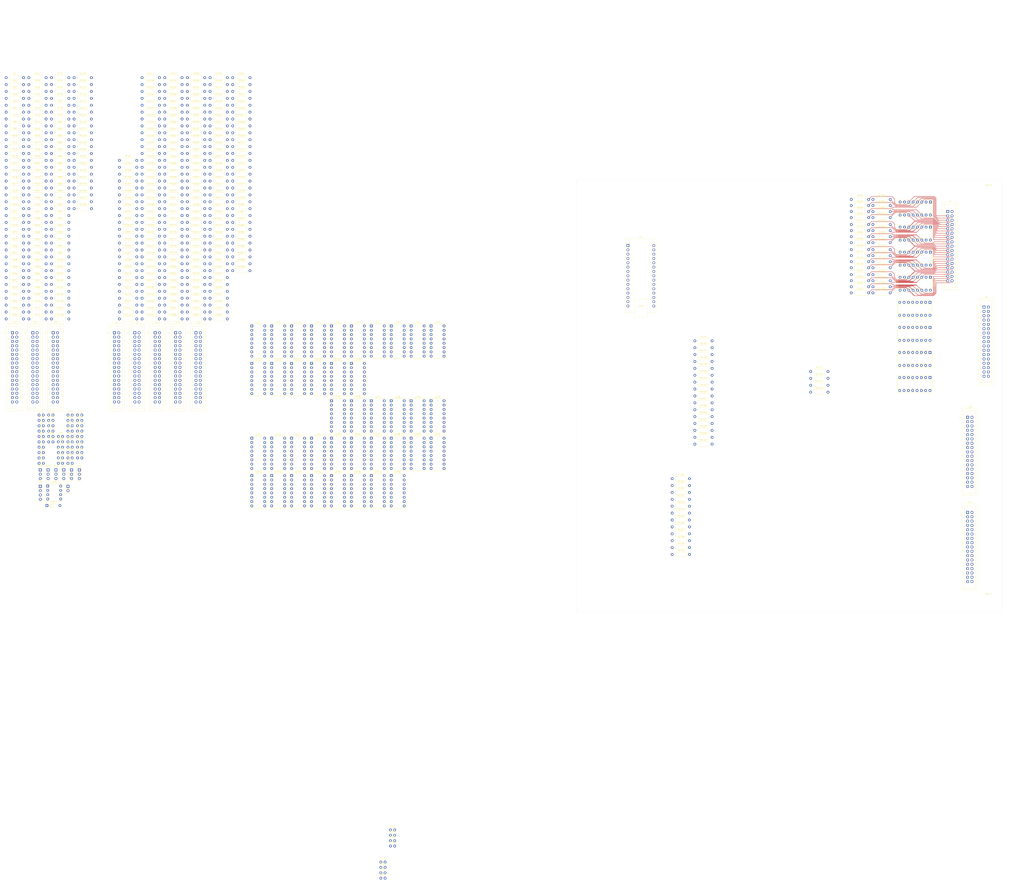
<source format=kicad_pcb>
(kicad_pcb (version 20241229) (generator "pcbnew") (generator_version "9.0")
  (title_block (title "Digital organ") (date "2025-09-25"))
  (layers (0 "F.Cu" signal) (2 "B.Cu" signal) (13 "F.Paste" user) (15 "B.Paste" user) (5 "F.SilkS" user "F.Silkscreen") (7 "B.SilkS" user "B.Silkscreen") (1 "F.Mask" user) (3 "B.Mask" user) (25 "Edge.Cuts" user))
  (net 0 "")
  (net 2 "Net-(A1-D5)")
  (net 5 "Net-(A1-D3)")
  (net 6 "+5V")
  (net 7 "Net-(A1-D6)")
  (net 8 "Net-(A1-A4)")
  (net 9 "Net-(A1-D1{slash}TX)")
  (net 10 "Net-(A1-D0{slash}RX)")
  (net 11 "Net-(A1-VIN)")
  (net 13 "Net-(A1-D4)")
  (net 14 "Net-(A1-D9)")
  (net 15 "Net-(A1-A3)")
  (net 16 "Net-(A1-D8)")
  (net 17 "Net-(A1-D2)")
  (net 18 "Net-(A1-A2)")
  (net 20 "Net-(A1-A5)")
  (net 23 "Net-(A1-A1)")
  (net 25 "Net-(A1-GND-Pad29)")
  (net 27 "Net-(A1-A0)")
  (net 29 "Net-(A1-D7)")
  (net 30 "GND")
  (net 31 "Net-(D1-A)")
  (net 32 "Net-(D1-K)")
  (net 38 "Net-(J1-Pin_3)")
  (net 39 "Net-(J1-Pin_7)")
  (net 40 "Net-(J1-Pin_32)")
  (net 41 "Net-(J1-Pin_10)")
  (net 42 "Net-(J1-Pin_22)")
  (net 43 "Net-(J1-Pin_11)")
  (net 44 "Net-(J1-Pin_18)")
  (net 45 "Net-(J1-Pin_4)")
  (net 46 "Net-(J1-Pin_24)")
  (net 47 "Net-(J1-Pin_23)")
  (net 48 "Net-(J1-Pin_9)")
  (net 49 "Net-(J1-Pin_26)")
  (net 50 "Net-(J1-Pin_17)")
  (net 51 "Net-(J1-Pin_13)")
  (net 52 "Net-(J1-Pin_29)")
  (net 53 "Net-(J1-Pin_30)")
  (net 54 "Net-(J1-Pin_20)")
  (net 55 "Net-(J1-Pin_16)")
  (net 56 "Net-(J1-Pin_8)")
  (net 57 "Net-(J1-Pin_2)")
  (net 58 "Net-(J1-Pin_12)")
  (net 59 "Net-(J1-Pin_5)")
  (net 60 "Net-(J1-Pin_31)")
  (net 61 "Net-(J1-Pin_27)")
  (net 62 "Net-(J1-Pin_6)")
  (net 63 "Net-(J1-Pin_28)")
  (net 64 "Net-(J1-Pin_1)")
  (net 65 "Net-(J1-Pin_15)")
  (net 66 "Net-(J1-Pin_21)")
  (net 67 "Net-(J1-Pin_19)")
  (net 68 "Net-(J1-Pin_14)")
  (net 69 "Net-(J1-Pin_25)")
  (net 70 "Net-(J2-Pin_12)")
  (net 71 "Net-(J2-Pin_11)")
  (net 72 "Net-(J2-Pin_26)")
  (net 73 "Net-(J2-Pin_30)")
  (net 74 "Net-(J2-Pin_7)")
  (net 75 "Net-(J2-Pin_29)")
  (net 76 "Net-(J2-Pin_34)")
  (net 77 "Net-(J2-Pin_23)")
  (net 78 "Net-(J2-Pin_21)")
  (net 79 "Net-(J2-Pin_33)")
  (net 80 "Net-(J2-Pin_15)")
  (net 81 "Net-(J2-Pin_17)")
  (net 82 "Net-(J2-Pin_28)")
  (net 83 "Net-(J2-Pin_10)")
  (net 84 "Net-(J2-Pin_6)")
  (net 85 "Net-(J2-Pin_5)")
  (net 86 "Net-(J2-Pin_25)")
  (net 87 "Net-(J2-Pin_20)")
  (net 88 "Net-(J2-Pin_13)")
  (net 89 "Net-(J2-Pin_27)")
  (net 90 "Net-(J2-Pin_31)")
  (net 91 "Net-(J2-Pin_32)")
  (net 92 "Net-(J2-Pin_14)")
  (net 93 "Net-(J2-Pin_24)")
  (net 94 "Net-(J2-Pin_9)")
  (net 95 "Net-(J2-Pin_8)")
  (net 96 "Net-(J2-Pin_3)")
  (net 97 "Net-(J2-Pin_4)")
  (net 98 "Net-(J2-Pin_18)")
  (net 99 "Net-(J2-Pin_19)")
  (net 100 "Net-(J2-Pin_16)")
  (net 101 "Net-(J2-Pin_22)")
  (net 102 "Net-(J3-Pin_3)")
  (net 103 "Net-(J3-Pin_11)")
  (net 104 "Net-(J3-Pin_18)")
  (net 105 "Net-(J3-Pin_5)")
  (net 106 "Net-(J3-Pin_32)")
  (net 107 "Net-(J3-Pin_7)")
  (net 108 "Net-(J3-Pin_10)")
  (net 109 "Net-(J3-Pin_21)")
  (net 110 "Net-(J3-Pin_23)")
  (net 111 "Net-(J3-Pin_29)")
  (net 112 "Net-(J3-Pin_26)")
  (net 113 "Net-(J3-Pin_27)")
  (net 114 "Net-(J3-Pin_28)")
  (net 115 "Net-(J3-Pin_4)")
  (net 116 "Net-(J3-Pin_16)")
  (net 117 "Net-(J3-Pin_12)")
  (net 118 "Net-(J3-Pin_20)")
  (net 119 "Net-(J3-Pin_25)")
  (net 120 "Net-(J3-Pin_2)")
  (net 121 "Net-(J3-Pin_15)")
  (net 122 "Net-(J3-Pin_13)")
  (net 123 "Net-(J3-Pin_19)")
  (net 124 "Net-(J3-Pin_1)")
  (net 125 "Net-(J3-Pin_8)")
  (net 126 "Net-(J3-Pin_17)")
  (net 127 "Net-(J3-Pin_6)")
  (net 128 "Net-(J3-Pin_9)")
  (net 129 "Net-(J3-Pin_22)")
  (net 130 "Net-(J3-Pin_24)")
  (net 131 "Net-(J3-Pin_30)")
  (net 132 "Net-(J3-Pin_14)")
  (net 133 "Net-(J3-Pin_31)")
  (net 134 "Net-(J4-Pin_10)")
  (net 135 "Net-(J4-Pin_7)")
  (net 136 "Net-(J4-Pin_12)")
  (net 137 "Net-(J4-Pin_3)")
  (net 138 "Net-(J4-Pin_9)")
  (net 139 "Net-(J4-Pin_23)")
  (net 140 "Net-(J4-Pin_8)")
  (net 141 "Net-(J4-Pin_33)")
  (net 142 "Net-(J4-Pin_29)")
  (net 143 "Net-(J4-Pin_13)")
  (net 144 "Net-(J4-Pin_32)")
  (net 145 "Net-(J4-Pin_21)")
  (net 146 "Net-(J4-Pin_30)")
  (net 147 "Net-(J4-Pin_5)")
  (net 148 "Net-(J4-Pin_6)")
  (net 149 "Net-(J4-Pin_22)")
  (net 150 "Net-(J4-Pin_24)")
  (net 151 "Net-(J4-Pin_11)")
  (net 152 "Net-(J4-Pin_4)")
  (net 153 "Net-(J4-Pin_18)")
  (net 154 "Net-(J4-Pin_19)")
  (net 155 "Net-(J4-Pin_28)")
  (net 156 "Net-(J4-Pin_26)")
  (net 157 "Net-(J4-Pin_20)")
  (net 158 "Net-(J4-Pin_25)")
  (net 159 "Net-(J4-Pin_14)")
  (net 160 "Net-(J4-Pin_27)")
  (net 161 "Net-(J4-Pin_17)")
  (net 162 "Net-(J4-Pin_15)")
  (net 163 "Net-(J4-Pin_16)")
  (net 164 "Net-(J4-Pin_31)")
  (net 165 "Net-(J4-Pin_34)")
  (net 166 "Net-(J5-Pin_17)")
  (net 167 "Net-(J5-Pin_26)")
  (net 168 "Net-(J5-Pin_28)")
  (net 169 "Net-(J5-Pin_24)")
  (net 170 "Net-(J5-Pin_9)")
  (net 171 "Net-(J5-Pin_21)")
  (net 172 "Net-(J5-Pin_23)")
  (net 173 "Net-(J5-Pin_5)")
  (net 174 "Net-(J5-Pin_18)")
  (net 175 "Net-(J5-Pin_4)")
  (net 176 "Net-(J5-Pin_27)")
  (net 177 "Net-(J5-Pin_2)")
  (net 178 "Net-(J5-Pin_11)")
  (net 179 "Net-(J5-Pin_13)")
  (net 180 "Net-(J5-Pin_1)")
  (net 181 "Net-(J5-Pin_15)")
  (net 182 "Net-(J5-Pin_32)")
  (net 183 "Net-(J5-Pin_25)")
  (net 184 "Net-(J5-Pin_22)")
  (net 185 "Net-(J5-Pin_30)")
  (net 186 "Net-(J5-Pin_3)")
  (net 187 "Net-(J5-Pin_29)")
  (net 188 "Net-(J5-Pin_31)")
  (net 189 "Net-(J5-Pin_6)")
  (net 190 "Net-(J5-Pin_8)")
  (net 191 "Net-(J5-Pin_14)")
  (net 192 "Net-(J5-Pin_20)")
  (net 193 "Net-(J5-Pin_16)")
  (net 194 "Net-(J5-Pin_10)")
  (net 195 "Net-(J5-Pin_12)")
  (net 196 "Net-(J5-Pin_19)")
  (net 197 "Net-(J5-Pin_7)")
  (net 198 "Net-(J6-Pin_16)")
  (net 199 "Net-(J6-Pin_6)")
  (net 200 "Net-(J6-Pin_34)")
  (net 201 "Net-(J6-Pin_13)")
  (net 202 "Net-(J6-Pin_5)")
  (net 203 "Net-(J6-Pin_33)")
  (net 204 "Net-(J6-Pin_31)")
  (net 205 "Net-(J6-Pin_23)")
  (net 206 "Net-(J6-Pin_17)")
  (net 207 "Net-(J6-Pin_30)")
  (net 208 "Net-(J6-Pin_25)")
  (net 209 "Net-(J6-Pin_29)")
  (net 210 "Net-(J6-Pin_27)")
  (net 211 "Net-(J6-Pin_12)")
  (net 212 "Net-(J6-Pin_4)")
  (net 213 "Net-(J6-Pin_8)")
  (net 214 "Net-(J6-Pin_9)")
  (net 215 "Net-(J6-Pin_32)")
  (net 216 "Net-(J6-Pin_3)")
  (net 217 "Net-(J6-Pin_14)")
  (net 218 "Net-(J6-Pin_20)")
  (net 219 "Net-(J6-Pin_21)")
  (net 220 "Net-(J6-Pin_19)")
  (net 221 "Net-(J6-Pin_18)")
  (net 222 "Net-(J6-Pin_24)")
  (net 223 "Net-(J6-Pin_28)")
  (net 224 "Net-(J6-Pin_15)")
  (net 225 "Net-(J6-Pin_10)")
  (net 226 "Net-(J6-Pin_11)")
  (net 227 "Net-(J6-Pin_7)")
  (net 228 "Net-(J6-Pin_22)")
  (net 229 "Net-(J6-Pin_26)")
  (net 230 "Net-(J9-Pin_3)")
  (net 231 "Net-(J9-Pin_7)")
  (net 232 "Net-(J9-Pin_4)")
  (net 233 "Net-(J9-Pin_15)")
  (net 234 "Net-(J9-Pin_33)")
  (net 235 "Net-(J9-Pin_27)")
  (net 236 "Net-(J9-Pin_9)")
  (net 237 "Net-(J9-Pin_13)")
  (net 238 "Net-(J9-Pin_12)")
  (net 239 "Net-(J9-Pin_28)")
  (net 240 "Net-(J9-Pin_16)")
  (net 241 "Net-(J9-Pin_20)")
  (net 242 "Net-(J9-Pin_32)")
  (net 243 "Net-(J9-Pin_21)")
  (net 244 "Net-(J9-Pin_24)")
  (net 245 "Net-(J9-Pin_11)")
  (net 246 "Net-(J9-Pin_29)")
  (net 247 "Net-(J9-Pin_30)")
  (net 248 "Net-(J9-Pin_26)")
  (net 249 "Net-(J9-Pin_8)")
  (net 250 "Net-(J9-Pin_19)")
  (net 251 "Net-(J9-Pin_18)")
  (net 252 "Net-(J9-Pin_23)")
  (net 253 "Net-(J9-Pin_34)")
  (net 254 "Net-(J9-Pin_17)")
  (net 255 "Net-(J9-Pin_31)")
  (net 256 "Net-(J9-Pin_14)")
  (net 257 "Net-(J9-Pin_25)")
  (net 258 "Net-(J9-Pin_10)")
  (net 259 "Net-(J9-Pin_22)")
  (net 260 "Net-(J9-Pin_5)")
  (net 261 "Net-(J9-Pin_6)")
  (net 262 "Net-(J10-Pin_10)")
  (net 263 "Net-(J10-Pin_12)")
  (net 264 "Net-(J10-Pin_19)")
  (net 265 "Net-(J10-Pin_15)")
  (net 266 "Net-(J10-Pin_11)")
  (net 267 "Net-(J10-Pin_6)")
  (net 268 "Net-(J10-Pin_4)")
  (net 269 "Net-(J10-Pin_27)")
  (net 270 "Net-(J10-Pin_32)")
  (net 271 "Net-(J10-Pin_28)")
  (net 272 "Net-(J10-Pin_24)")
  (net 273 "Net-(J10-Pin_1)")
  (net 274 "Net-(J10-Pin_20)")
  (net 275 "Net-(J10-Pin_23)")
  (net 276 "Net-(J10-Pin_9)")
  (net 277 "Net-(J10-Pin_7)")
  (net 278 "Net-(J10-Pin_18)")
  (net 279 "Net-(J10-Pin_31)")
  (net 280 "Net-(J10-Pin_5)")
  (net 281 "Net-(J10-Pin_3)")
  (net 282 "Net-(J10-Pin_8)")
  (net 283 "Net-(J10-Pin_29)")
  (net 284 "Net-(J10-Pin_2)")
  (net 285 "Net-(J10-Pin_16)")
  (net 286 "Net-(J10-Pin_25)")
  (net 287 "Net-(J10-Pin_14)")
  (net 288 "Net-(J10-Pin_21)")
  (net 289 "Net-(J10-Pin_30)")
  (net 290 "Net-(J10-Pin_22)")
  (net 291 "Net-(J10-Pin_26)")
  (net 292 "Net-(J10-Pin_17)")
  (net 293 "Net-(J10-Pin_13)")
  (net 294 "Net-(J11-Pin_27)")
  (net 295 "Net-(J11-Pin_5)")
  (net 296 "Net-(J11-Pin_15)")
  (net 297 "Net-(J11-Pin_34)")
  (net 298 "Net-(J11-Pin_18)")
  (net 299 "Net-(J11-Pin_32)")
  (net 300 "Net-(J11-Pin_23)")
  (net 301 "Net-(J11-Pin_14)")
  (net 302 "Net-(J11-Pin_16)")
  (net 303 "Net-(J11-Pin_28)")
  (net 304 "Net-(J11-Pin_17)")
  (net 305 "Net-(J11-Pin_19)")
  (net 306 "Net-(J11-Pin_6)")
  (net 307 "Net-(J11-Pin_12)")
  (net 308 "Net-(J11-Pin_8)")
  (net 309 "Net-(J11-Pin_31)")
  (net 310 "Net-(J11-Pin_21)")
  (net 311 "Net-(J11-Pin_30)")
  (net 312 "Net-(J11-Pin_13)")
  (net 313 "Net-(J11-Pin_3)")
  (net 314 "Net-(J11-Pin_24)")
  (net 315 "Net-(J11-Pin_33)")
  (net 316 "Net-(J11-Pin_7)")
  (net 317 "Net-(J11-Pin_26)")
  (net 318 "Net-(J11-Pin_4)")
  (net 319 "Net-(J11-Pin_22)")
  (net 320 "Net-(J11-Pin_11)")
  (net 321 "Net-(J11-Pin_20)")
  (net 322 "Net-(J11-Pin_10)")
  (net 323 "Net-(J11-Pin_29)")
  (net 324 "Net-(J11-Pin_9)")
  (net 325 "Net-(J11-Pin_25)")
  (net 326 "Net-(J12-Pin_9)")
  (net 327 "Net-(J12-Pin_23)")
  (net 328 "Net-(J12-Pin_22)")
  (net 329 "Net-(J12-Pin_3)")
  (net 330 "Net-(J12-Pin_4)")
  (net 331 "Net-(J12-Pin_18)")
  (net 332 "Net-(J12-Pin_12)")
  (net 333 "Net-(J12-Pin_7)")
  (net 334 "Net-(J12-Pin_1)")
  (net 335 "Net-(J12-Pin_29)")
  (net 336 "Net-(J12-Pin_15)")
  (net 337 "Net-(J12-Pin_25)")
  (net 338 "Net-(J12-Pin_11)")
  (net 339 "Net-(J12-Pin_28)")
  (net 340 "Net-(J12-Pin_30)")
  (net 341 "Net-(J12-Pin_17)")
  (net 342 "Net-(J12-Pin_8)")
  (net 343 "Net-(J12-Pin_6)")
  (net 344 "Net-(J12-Pin_32)")
  (net 345 "Net-(J12-Pin_31)")
  (net 346 "Net-(J12-Pin_13)")
  (net 347 "Net-(J12-Pin_19)")
  (net 348 "Net-(J12-Pin_5)")
  (net 349 "Net-(J12-Pin_16)")
  (net 350 "Net-(J12-Pin_26)")
  (net 351 "Net-(J12-Pin_10)")
  (net 352 "Net-(J12-Pin_20)")
  (net 353 "Net-(J12-Pin_2)")
  (net 354 "Net-(J12-Pin_14)")
  (net 355 "Net-(J12-Pin_21)")
  (net 356 "Net-(J12-Pin_24)")
  (net 357 "Net-(J12-Pin_27)")
  (net 358 "Net-(J13-Pin_34)")
  (net 359 "Net-(J13-Pin_31)")
  (net 360 "Net-(J13-Pin_9)")
  (net 361 "Net-(J13-Pin_28)")
  (net 362 "Net-(J13-Pin_13)")
  (net 363 "Net-(J13-Pin_29)")
  (net 364 "Net-(J13-Pin_5)")
  (net 365 "Net-(J13-Pin_23)")
  (net 366 "Net-(J13-Pin_8)")
  (net 367 "Net-(J13-Pin_19)")
  (net 368 "Net-(J13-Pin_32)")
  (net 369 "Net-(J13-Pin_6)")
  (net 370 "Net-(J13-Pin_30)")
  (net 371 "Net-(J13-Pin_24)")
  (net 372 "Net-(J13-Pin_12)")
  (net 373 "Net-(J13-Pin_16)")
  (net 374 "Net-(J13-Pin_7)")
  (net 375 "Net-(J13-Pin_15)")
  (net 376 "Net-(J13-Pin_3)")
  (net 377 "Net-(J13-Pin_18)")
  (net 378 "Net-(J13-Pin_27)")
  (net 379 "Net-(J13-Pin_20)")
  (net 380 "Net-(J13-Pin_26)")
  (net 381 "Net-(J13-Pin_22)")
  (net 382 "Net-(J13-Pin_14)")
  (net 383 "Net-(J13-Pin_11)")
  (net 384 "Net-(J13-Pin_4)")
  (net 385 "Net-(J13-Pin_25)")
  (net 386 "Net-(J13-Pin_17)")
  (net 387 "Net-(J13-Pin_21)")
  (net 388 "Net-(J13-Pin_10)")
  (net 389 "Net-(J13-Pin_33)")
  (net 390 "Net-(J14-Pin_15)")
  (net 391 "Net-(J14-Pin_21)")
  (net 392 "Net-(J14-Pin_2)")
  (net 393 "Net-(J14-Pin_19)")
  (net 394 "Net-(J14-Pin_17)")
  (net 395 "Net-(J14-Pin_11)")
  (net 396 "Net-(J14-Pin_13)")
  (net 397 "Net-(J14-Pin_5)")
  (net 398 "Net-(J14-Pin_27)")
  (net 399 "Net-(J14-Pin_7)")
  (net 400 "Net-(J14-Pin_18)")
  (net 401 "Net-(J14-Pin_23)")
  (net 402 "Net-(J14-Pin_29)")
  (net 403 "Net-(J14-Pin_30)")
  (net 404 "Net-(J14-Pin_3)")
  (net 405 "Net-(J14-Pin_6)")
  (net 406 "Net-(J14-Pin_14)")
  (net 407 "Net-(J14-Pin_1)")
  (net 408 "Net-(J14-Pin_32)")
  (net 409 "Net-(J14-Pin_16)")
  (net 410 "Net-(J14-Pin_20)")
  (net 411 "Net-(J14-Pin_22)")
  (net 412 "Net-(J14-Pin_31)")
  (net 413 "Net-(J14-Pin_28)")
  (net 414 "Net-(J14-Pin_24)")
  (net 415 "Net-(J14-Pin_8)")
  (net 416 "Net-(J14-Pin_25)")
  (net 417 "Net-(J14-Pin_26)")
  (net 418 "Net-(J14-Pin_10)")
  (net 419 "Net-(J14-Pin_9)")
  (net 420 "Net-(J14-Pin_12)")
  (net 421 "Net-(J14-Pin_4)")
  (net 422 "Net-(DIN2-Pad4)")
  (net 423 "Net-(DIN1-Pad4)")
  (net 424 "Net-(U49-VO1)")
  (net 425 "Net-(DIN2-Pad5)")
  (net 426 "Net-(U1-DS)")
  (net 428 "Net-(U2-DS)")
  (net 431 "Net-(U3-DS)")
  (net 432 "Net-(U4-DS)")
  (net 435 "Net-(U5-DS)")
  (net 436 "Net-(U6-DS)")
  (net 438 "Net-(U7-DS)")
  (net 442 "Net-(U10-DS)")
  (net 446 "Net-(U10-Q7)")
  (net 448 "Net-(U11-Q7)")
  (net 450 "Net-(U12-Q7)")
  (net 452 "Net-(U13-Q7)")
  (net 453 "Net-(U14-Q7)")
  (net 455 "Net-(U15-Q7)")
  (net 460 "Net-(U17-Q7)")
  (net 461 "Net-(U18-Q7)")
  (net 463 "Net-(U19-Q7)")
  (net 466 "Net-(U20-Q7)")
  (net 467 "Net-(U21-Q7)")
  (net 470 "Net-(U22-Q7)")
  (net 471 "Net-(U23-Q7)")
  (net 476 "Net-(U25-Q7)")
  (net 477 "Net-(U26-Q7)")
  (net 479 "Net-(U27-Q7)")
  (net 481 "Net-(U28-Q7)")
  (net 484 "Net-(U29-Q7)")
  (net 485 "Net-(U30-Q7)")
  (net 487 "Net-(U31-Q7)")
  (net 491 "Net-(U33-Q7)")
  (net 493 "Net-(U34-Q7)")
  (net 496 "Net-(U35-Q7)")
  (net 498 "Net-(U36-Q7)")
  (net 500 "Net-(U37-Q7)")
  (net 502 "Net-(U38-Q7)")
  (net 503 "Net-(U39-Q7)")
  (net 507 "Net-(U41-Q7)")
  (net 509 "Net-(U42-Q7)")
  (net 511 "Net-(U43-Q7)")
  (net 514 "Net-(U44-Q7)")
  (net 516 "Net-(U45-Q7)")
  (net 517 "Net-(U46-Q7)")
  (net 519 "Net-(U47-Q7)")
  (footprint "Resistor_THT:R_Axial_DIN0207_L6.3mm_D2.5mm_P10.16mm_Horizontal" (layer "F.Cu") (at -289.99 8.02)
    (property "Reference" "R50")
    (property "Value" "10kΩ")
  )
  (footprint "Resistor_THT:R_Axial_DIN0207_L6.3mm_D2.5mm_P10.16mm_Horizontal" (layer "F.Cu") (at 193.294 71.12)
    (property "Reference" "R161")
    (property "Value" "10kΩ")
  )
  (footprint "Resistor_THT:R_Axial_DIN0207_L6.3mm_D2.5mm_P10.16mm_Horizontal" (layer "F.Cu") (at -183.51 28.27)
    (property "Reference" "R343")
    (property "Value" "10kΩ")
  )
  (footprint "Resistor_THT:R_Axial_DIN0207_L6.3mm_D2.5mm_P10.16mm_Horizontal" (layer "F.Cu") (at -223.44 12.07)
    (property "Reference" "R231")
    (property "Value" "10kΩ")
  )
  (footprint "Resistor_THT:R_Axial_DIN0207_L6.3mm_D2.5mm_P10.16mm_Horizontal" (layer "F.Cu") (at -276.68 48.52)
    (property "Reference" "R96")
    (property "Value" "10kΩ")
  )
  (footprint "Resistor_THT:R_Axial_DIN0207_L6.3mm_D2.5mm_P10.16mm_Horizontal" (layer "F.Cu") (at -303.3 -0.08)
    (property "Reference" "R12")
    (property "Value" "10kΩ")
  )
  (footprint "Resistor_THT:R_Axial_DIN0207_L6.3mm_D2.5mm_P10.16mm_Horizontal" (layer "F.Cu") (at -196.82 3.97)
    (property "Reference" "R301")
    (property "Value" "10kΩ")
  )
  (footprint "Package_DIP:DIP-16_W7.62mm_Socket" (layer "F.Cu") (at -53.62 101.25)
    (property "Reference" "U10")
    (property "Value" "74HC165")
  )
  (footprint "Resistor_THT:R_Axial_DIN0207_L6.3mm_D2.5mm_P10.16mm_Horizontal" (layer "F.Cu") (at -276.68 40.42)
    (property "Reference" "R94")
    (property "Value" "10kΩ")
  )
  (footprint "Resistor_THT:R_Axial_DIN0207_L6.3mm_D2.5mm_P10.16mm_Horizontal" (layer "F.Cu") (at -236.75 48.52)
    (property "Reference" "R204")
    (property "Value" "10kΩ")
  )
  (footprint "Resistor_THT:R_Axial_DIN0207_L6.3mm_D2.5mm_P10.16mm_Horizontal" (layer "F.Cu") (at -289.99 32.32)
    (property "Reference" "R56")
    (property "Value" "10kΩ")
  )
  (footprint "Package_DIP:DIP-16_W7.62mm_Socket" (layer "F.Cu") (at -88.75 189.21)
    (property "Reference" "U47")
    (property "Value" "74HC165")
  )
  (footprint "Resistor_THT:R_Axial_DIN0207_L6.3mm_D2.5mm_P10.16mm_Horizontal" (layer "F.Cu") (at -223.44 48.52)
    (property "Reference" "R240")
    (property "Value" "10kΩ")
  )
  (footprint "Resistor_THT:R_Axial_DIN0207_L6.3mm_D2.5mm_P10.16mm_Horizontal" (layer "F.Cu") (at -263.37 -0.08)
    (property "Reference" "R120")
    (property "Value" "10kΩ")
  )
  (footprint "Resistor_THT:R_Axial_DIN0207_L6.3mm_D2.5mm_P10.16mm_Horizontal" (layer "F.Cu") (at -303.3 40.42)
    (property "Reference" "R22")
    (property "Value" "10kΩ")
  )
  (footprint "Package_DIP:DIP-16_W7.62mm_Socket" (layer "F.Cu") (at 239.522 131.572 -90)
    (property "Reference" "U17" (hide yes))
    (property "Value" "74HC165")
  )
  (footprint "Resistor_THT:R_Axial_DIN0207_L6.3mm_D2.5mm_P10.16mm_Horizontal" (layer "F.Cu") (at -170.2 16.12)
    (property "Reference" "R376")
    (property "Value" "10kΩ")
  )
  (footprint "Connector_IDC:IDC-Header_2x17_P2.54mm_Vertical" (layer "F.Cu") (at 249.936 34.036)
    (property "Reference" "J4")
    (property "Value" "Conn_02x17_Odd_Even" (hide yes))
  )
  (footprint "Resistor_THT:R_Axial_DIN0207_L6.3mm_D2.5mm_P10.16mm_Horizontal" (layer "F.Cu") (at -223.44 16.12)
    (property "Reference" "R232")
    (property "Value" "10kΩ")
  )
  (footprint "Capacitor_THT:C_Disc_D3.0mm_W1.6mm_P2.50mm" (layer "F.Cu") (at -261.37 172.51)
    (property "Reference" "C47")
    (property "Value" "0.1µF")
  )
  (footprint "Resistor_THT:R_Axial_DIN0207_L6.3mm_D2.5mm_P10.16mm_Horizontal" (layer "F.Cu") (at -210.13 -16.28)
    (property "Reference" "R260")
    (property "Value" "10kΩ")
  )
  (footprint "Resistor_THT:R_Axial_DIN0207_L6.3mm_D2.5mm_P10.16mm_Horizontal" (layer "F.Cu") (at -196.82 68.77)
    (property "Reference" "R317")
    (property "Value" "10kΩ")
  )
  (footprint "Resistor_THT:R_Axial_DIN0207_L6.3mm_D2.5mm_P10.16mm_Horizontal" (layer "F.Cu") (at -236.75 84.97)
    (property "Reference" "R213")
    (property "Value" "10kΩ")
  )
  (footprint "Resistor_THT:R_Axial_DIN0207_L6.3mm_D2.5mm_P10.16mm_Horizontal" (layer "F.Cu") (at -170.2 -32.48)
    (property "Reference" "R364")
    (property "Value" "10kΩ")
  )
  (footprint "Resistor_THT:R_Axial_DIN0207_L6.3mm_D2.5mm_P10.16mm_Horizontal" (layer "F.Cu") (at -210.13 -24.38)
    (property "Reference" "R258")
    (property "Value" "10kΩ")
  )
  (footprint "Resistor_THT:R_Axial_DIN0207_L6.3mm_D2.5mm_P10.16mm_Horizontal" (layer "F.Cu") (at -276.68 56.62)
    (property "Reference" "R98")
    (property "Value" "10kΩ")
  )
  (footprint "Capacitor_THT:C_Disc_D3.0mm_W1.6mm_P2.50mm" (layer "F.Cu") (at -278.32 166.21)
    (property "Reference" "C15")
    (property "Value" "0.1µF")
  )
  (footprint "Resistor_THT:R_Axial_DIN0207_L6.3mm_D2.5mm_P10.16mm_Horizontal" (layer "F.Cu") (at -236.75 52.57)
    (property "Reference" "R205")
    (property "Value" "10kΩ")
  )
  (footprint "Resistor_THT:R_Axial_DIN0207_L6.3mm_D2.5mm_P10.16mm_Horizontal" (layer "F.Cu") (at -210.13 -40.58)
    (property "Reference" "R254")
    (property "Value" "10kΩ")
  )
  (footprint "Resistor_THT:R_Axial_DIN0207_L6.3mm_D2.5mm_P10.16mm_Horizontal" (layer "F.Cu") (at 205.994 81.788)
    (property "Reference" "R168")
    (property "Value" "10kΩ")
  )
  (footprint "Capacitor_THT:C_Disc_D3.0mm_W1.6mm_P2.50mm" (layer "F.Cu") (at -77.52 406.85)
    (property "Reference" "C24")
    (property "Value" "0.1µF")
  )
  (footprint "Resistor_THT:R_Axial_DIN0207_L6.3mm_D2.5mm_P10.16mm_Horizontal" (layer "F.Cu") (at -276.68 -8.18)
    (property "Reference" "R82")
    (property "Value" "10kΩ")
  )
  (footprint "Package_DIP:DIP-16_W7.62mm_Socket" (layer "F.Cu") (at -159.01 189.21)
    (property "Reference" "U41")
    (property "Value" "74HC165")
  )
  (footprint "Package_DIP:DIP-16_W7.62mm_Socket" (layer "F.Cu") (at -53.62 145.23)
    (property "Reference" "U30")
    (property "Value" "74HC165")
  )
  (footprint "Connector_PinHeader_2.54mm:PinHeader_1x02_P2.54mm_Vertical" (layer "F.Cu") (at -266.95 195.5)
    (property "Reference" "J7")
    (property "Value" "Barrel_Jack_Switch_12V")
  )
  (footprint "Resistor_THT:R_Axial_DIN0207_L6.3mm_D2.5mm_P10.16mm_Horizontal" (layer "F.Cu") (at -276.68 -16.28)
    (property "Reference" "R80")
    (property "Value" "10kΩ")
  )
  (footprint "Resistor_THT:R_Axial_DIN0207_L6.3mm_D2.5mm_P10.16mm_Horizontal" (layer "F.Cu") (at -223.44 -24.38)
    (property "Reference" "R222")
    (property "Value" "10kΩ")
  )
  (footprint "Resistor_THT:R_Axial_DIN0207_L6.3mm_D2.5mm_P10.16mm_Horizontal" (layer "F.Cu") (at -196.82 -24.38)
    (property "Reference" "R294")
    (property "Value" "10kΩ")
  )
  (footprint "Package_DIP:DIP-16_W7.62mm_Socket" (layer "F.Cu") (at 239.522 87.376 -90)
    (property "Reference" "U20" (hide yes))
    (property "Value" "74HC165")
  )
  (footprint "Resistor_THT:R_Axial_DIN0207_L6.3mm_D2.5mm_P10.16mm_Horizontal" (layer "F.Cu") (at -196.82 -4.13)
    (property "Reference" "R299")
    (property "Value" "10kΩ")
  )
  (footprint "Resistor_THT:R_Axial_DIN0207_L6.3mm_D2.5mm_P10.16mm_Horizontal" (layer "F.Cu") (at -170.2 -20.33)
    (property "Reference" "R367")
    (property "Value" "10kΩ")
  )
  (footprint "Package_DIP:DIP-16_W7.62mm_Socket" (layer "F.Cu") (at -123.88 123.24)
    (property "Reference" "U14")
    (property "Value" "74HC165")
  )
  (footprint "Resistor_THT:R_Axial_DIN0207_L6.3mm_D2.5mm_P10.16mm_Horizontal" (layer "F.Cu") (at -223.44 32.32)
    (property "Reference" "R236")
    (property "Value" "10kΩ")
  )
  (footprint "Resistor_THT:R_Axial_DIN0207_L6.3mm_D2.5mm_P10.16mm_Horizontal" (layer "F.Cu") (at -236.75 44.47)
    (property "Reference" "R203")
    (property "Value" "10kΩ")
  )
  (footprint "Resistor_THT:R_Axial_DIN0207_L6.3mm_D2.5mm_P10.16mm_Horizontal" (layer "F.Cu") (at -289.99 20.17)
    (property "Reference" "R53")
    (property "Value" "10kΩ")
  )
  (footprint "Package_DIP:DIP-16_W7.62mm_Socket" (layer "F.Cu") (at -100.46 145.23)
    (property "Reference" "U26")
    (property "Value" "74HC165")
  )
  (footprint "Resistor_THT:R_Axial_DIN0207_L6.3mm_D2.5mm_P10.16mm_Horizontal" (layer "F.Cu") (at -223.44 56.62)
    (property "Reference" "R242")
    (property "Value" "10kΩ")
  )
  (footprint "Resistor_THT:R_Axial_DIN0207_L6.3mm_D2.5mm_P10.16mm_Horizontal" (layer "F.Cu") (at 101.346 154.53)
    (property "Reference" "R156")
    (property "Value" "10kΩ")
  )
  (footprint "Capacitor_THT:C_Disc_D3.0mm_W1.6mm_P2.50mm" (layer "F.Cu") (at -283.97 178.81)
    (property "Reference" "C9")
    (property "Value" "0.1µF")
  )
  (footprint "Resistor_THT:R_Axial_DIN0207_L6.3mm_D2.5mm_P10.16mm_Horizontal" (layer "F.Cu") (at -303.3 76.87)
    (property "Reference" "R31")
    (property "Value" "10kΩ")
  )
  (footprint "Resistor_THT:R_Axial_DIN0207_L6.3mm_D2.5mm_P10.16mm_Horizontal" (layer "F.Cu") (at -210.13 84.97)
    (property "Reference" "R285")
    (property "Value" "10kΩ")
  )
  (footprint "Resistor_THT:R_Axial_DIN0207_L6.3mm_D2.5mm_P10.16mm_Horizontal" (layer "F.Cu") (at -210.13 -4.13)
    (property "Reference" "R263")
    (property "Value" "10kΩ")
  )
  (footprint "Resistor_THT:R_Axial_DIN0207_L6.3mm_D2.5mm_P10.16mm_Horizontal" (layer "F.Cu") (at -223.44 76.87)
    (property "Reference" "R247")
    (property "Value" "10kΩ")
  )
  (footprint "Resistor_THT:R_Axial_DIN0207_L6.3mm_D2.5mm_P10.16mm_Horizontal" (layer "F.Cu") (at 88.036 227.43)
    (property "Reference" "R138")
    (property "Value" "10kΩ")
  )
  (footprint "Resistor_THT:R_Axial_DIN0207_L6.3mm_D2.5mm_P10.16mm_Horizontal" (layer "F.Cu") (at 101.346 126.18)
    (property "Reference" "R149")
    (property "Value" "10kΩ")
  )
  (footprint "Resistor_THT:R_Axial_DIN0207_L6.3mm_D2.5mm_P10.16mm_Horizontal" (layer "F.Cu") (at -263.37 8.02)
    (property "Reference" "R122")
    (property "Value" "10kΩ")
  )
  (footprint "Capacitor_THT:C_Disc_D3.0mm_W1.6mm_P2.50mm" (layer "F.Cu") (at -261.37 153.61)
    (property "Reference" "C41")
    (property "Value" "0.1µF")
  )
  (footprint "Connector_PinHeader_2.54mm:PinHeader_1x03_P2.54mm_Vertical" (layer "F.Cu") (at -264.89 185.83)
    (property "Reference" "RV3")
    (property "Value" "R_Potentiometer")
  )
  (footprint "Package_DIP:DIP-16_W7.62mm_Socket" (layer "F.Cu") (at -88.75 167.22)
    (property "Reference" "U37")
    (property "Value" "74HC165")
  )
  (footprint "Resistor_THT:R_Axial_DIN0207_L6.3mm_D2.5mm_P10.16mm_Horizontal" (layer "F.Cu") (at 193.294 37.592)
    (property "Reference" "R191")
    (property "Value" "10kΩ")
  )
  (footprint "Resistor_THT:R_Axial_DIN0207_L6.3mm_D2.5mm_P10.16mm_Horizontal" (layer "F.Cu") (at -196.82 -36.53)
    (property "Reference" "R291")
    (property "Value" "10kΩ")
  )
  (footprint "Resistor_THT:R_Axial_DIN0207_L6.3mm_D2.5mm_P10.16mm_Horizontal" (layer "F.Cu") (at 193.294 74.676)
    (property "Reference" "R163")
    (property "Value" "10kΩ")
  )
  (footprint "Capacitor_THT:C_Disc_D3.0mm_W1.6mm_P2.50mm" (layer "F.Cu") (at -267.02 178.81)
    (property "Reference" "C39")
    (property "Value" "0.1µF")
  )
  (footprint "Package_DIP:DIP-16_W7.62mm_Socket" (layer "F.Cu") (at -77.04 145.23)
    (property "Reference" "U28")
    (property "Value" "74HC165")
  )
  (footprint "Resistor_THT:R_Axial_DIN0207_L6.3mm_D2.5mm_P10.16mm_Horizontal" (layer "F.Cu") (at -223.44 -36.53)
    (property "Reference" "R219")
    (property "Value" "10kΩ")
  )
  (footprint "Resistor_THT:R_Axial_DIN0207_L6.3mm_D2.5mm_P10.16mm_Horizontal" (layer "F.Cu") (at -289.99 52.57)
    (property "Reference" "R61")
    (property "Value" "10kΩ")
  )
  (footprint "Capacitor_THT:C_Disc_D3.0mm_W1.6mm_P2.50mm" (layer "F.Cu") (at -283.97 153.61)
    (property "Reference" "C1")
    (property "Value" "0.1µF")
  )
  (footprint "Package_DIP:DIP-16_W7.62mm_Socket" (layer "F.Cu") (at -135.59 167.22)
    (property "Reference" "U33")
    (property "Value" "74HC165")
  )
  (footprint "Resistor_THT:R_Axial_DIN0207_L6.3mm_D2.5mm_P10.16mm_Horizontal" (layer "F.Cu") (at -276.68 16.12)
    (property "Reference" "R88")
    (property "Value" "10kΩ")
  )
  (footprint "Resistor_THT:R_Axial_DIN0207_L6.3mm_D2.5mm_P10.16mm_Horizontal" (layer "F.Cu") (at -276.68 32.32)
    (property "Reference" "R92")
    (property "Value" "10kΩ")
  )
  (footprint "Package_DIP:DIP-16_W7.62mm_Socket" (layer "F.Cu") (at 239.522 116.84 -90)
    (property "Reference" "U18" (hide yes))
    (property "Value" "74HC165")
  )
  (footprint "Package_DIP:DIP-16_W7.62mm_Socket" (layer "F.Cu") (at -112.17 145.23)
    (property "Reference" "U25")
    (property "Value" "74HC165")
  )
  (footprint "Resistor_THT:R_Axial_DIN0207_L6.3mm_D2.5mm_P10.16mm_Horizontal" (layer "F.Cu") (at 101.346 146.43)
    (property "Reference" "R154")
    (property "Value" "10kΩ")
  )
  (footprint "Resistor_THT:R_Axial_DIN0207_L6.3mm_D2.5mm_P10.16mm_Horizontal" (layer "F.Cu") (at -276.68 20.17)
    (property "Reference" "R89")
    (property "Value" "10kΩ")
  )
  (footprint "Capacitor_THT:C_Disc_D3.0mm_W1.6mm_P2.50mm" (layer "F.Cu") (at -283.97 163.06)
    (property "Reference" "C4")
    (property "Value" "0.1µF")
  )
  (footprint "Resistor_THT:R_Axial_DIN0207_L6.3mm_D2.5mm_P10.16mm_Horizontal" (layer "F.Cu") (at -210.13 28.27)
    (property "Reference" "R271")
    (property "Value" "10kΩ")
  )
  (footprint "Resistor_THT:R_Axial_DIN0207_L6.3mm_D2.5mm_P10.16mm_Horizontal" (layer "F.Cu") (at -183.51 60.67)
    (property "Reference" "R351")
    (property "Value" "10kΩ")
  )
  (footprint "Resistor_THT:R_Axial_DIN0207_L6.3mm_D2.5mm_P10.16mm_Horizontal" (layer "F.Cu") (at -170.2 64.72)
    (property "Reference" "R388")
    (property "Value" "1kΩ")
  )
  (footprint "Resistor_THT:R_Axial_DIN0207_L6.3mm_D2.5mm_P10.16mm_Horizontal" (layer "F.Cu") (at -276.68 -24.38)
    (property "Reference" "R78")
    (property "Value" "10kΩ")
  )
  (footprint "Resistor_THT:R_Axial_DIN0207_L6.3mm_D2.5mm_P10.16mm_Horizontal" (layer "F.Cu") (at -303.3 -20.33)
    (property "Reference" "R7")
    (property "Value" "10kΩ")
  )
  (footprint "Capacitor_THT:C_Disc_D3.0mm_W1.6mm_P2.50mm" (layer "F.Cu") (at -267.02 172.51)
    (property "Reference" "C37")
    (property "Value" "0.1µF")
  )
  (footprint "Capacitor_THT:C_Disc_D3.0mm_W1.6mm_P2.50mm" (layer "F.Cu") (at -267.02 166.21)
    (property "Reference" "C35")
    (property "Value" "0.1µF")
  )
  (footprint "Resistor_THT:R_Axial_DIN0207_L6.3mm_D2.5mm_P10.16mm_Horizontal" (layer "F.Cu") (at -263.37 32.32)
    (property "Reference" "R128")
    (property "Value" "10kΩ")
  )
  (footprint "Capacitor_THT:C_Disc_D3.0mm_W1.6mm_P2.50mm" (layer "F.Cu") (at -77.52 403.7)
    (property "Reference" "C23")
    (property "Value" "0.1µF")
  )
  (footprint "Resistor_THT:R_Axial_DIN0207_L6.3mm_D2.5mm_P10.16mm_Horizontal" (layer "F.Cu") (at -223.44 -16.28)
    (property "Reference" "R224")
    (property "Value" "10kΩ")
  )
  (footprint "Resistor_THT:R_Axial_DIN0207_L6.3mm_D2.5mm_P10.16mm_Horizontal" (layer "F.Cu") (at -263.37 -16.28)
    (property "Reference" "R116")
    (property "Value" "10kΩ")
  )
  (footprint "Resistor_THT:R_Axial_DIN0207_L6.3mm_D2.5mm_P10.16mm_Horizontal" (layer "F.Cu") (at 205.994 30.48)
    (property "Reference" "R188")
    (property "Value" "10kΩ")
  )
  (footprint "Package_DIP:DIP-16_W7.62mm_Socket" (layer "F.Cu") (at -77.04 101.25)
    (property "Reference" "U8")
    (property "Value" "74HC165")
  )
  (footprint "Resistor_THT:R_Axial_DIN0207_L6.3mm_D2.5mm_P10.16mm_Horizontal" (layer "F.Cu") (at -289.99 -44.63)
    (property "Reference" "R37")
    (property "Value" "10kΩ")
  )
  (footprint "Resistor_THT:R_Axial_DIN0207_L6.3mm_D2.5mm_P10.16mm_Horizontal" (layer "F.Cu") (at -289.99 28.27)
    (property "Reference" "R55")
    (property "Value" "10kΩ")
  )
  (footprint "Resistor_THT:R_Axial_DIN0207_L6.3mm_D2.5mm_P10.16mm_Horizontal" (layer "F.Cu") (at -183.51 3.97)
    (property "Reference" "R337")
    (property "Value" "10kΩ")
  )
  (footprint "Resistor_THT:R_Axial_DIN0207_L6.3mm_D2.5mm_P10.16mm_Horizontal" (layer "F.Cu") (at -170.2 8.02)
    (property "Reference" "R374")
    (property "Value" "10kΩ")
  )
  (footprint "Resistor_THT:R_Axial_DIN0207_L6.3mm_D2.5mm_P10.16mm_Horizontal" (layer "F.Cu") (at -276.68 -4.13)
    (property "Reference" "R83")
    (property "Value" "10kΩ")
  )
  (footprint "Resistor_THT:R_Axial_DIN0207_L6.3mm_D2.5mm_P10.16mm_Horizontal" (layer "F.Cu") (at -183.51 93.07)
    (property "Reference" "R359")
    (property "Value" "10kΩ")
  )
  (footprint "Resistor_THT:R_Axial_DIN0207_L6.3mm_D2.5mm_P10.16mm_Horizontal" (layer "F.Cu") (at 193.294 67.056)
    (property "Reference" "R175")
    (property "Value" "10kΩ")
  )
  (footprint "Resistor_THT:R_Axial_DIN0207_L6.3mm_D2.5mm_P10.16mm_Horizontal" (layer "F.Cu") (at -289.99 48.52)
    (property "Reference" "R60")
    (property "Value" "10kΩ")
  )
  (footprint "Resistor_THT:R_Axial_DIN0207_L6.3mm_D2.5mm_P10.16mm_Horizontal" (layer "F.Cu") (at -183.51 -28.43)
    (property "Reference" "R329")
    (property "Value" "10kΩ")
  )
  (footprint "Resistor_THT:R_Axial_DIN0207_L6.3mm_D2.5mm_P10.16mm_Horizontal" (layer "F.Cu") (at 193.294 78.232)
    (property "Reference" "R165")
    (property "Value" "10kΩ")
  )
  (footprint "Resistor_THT:R_Axial_DIN0207_L6.3mm_D2.5mm_P10.16mm_Horizontal" (layer "F.Cu") (at 88.036 190.98)
    (property "Reference" "R129")
    (property "Value" "10kΩ")
  )
  (footprint "Resistor_THT:R_Axial_DIN0207_L6.3mm_D2.5mm_P10.16mm_Horizontal" (layer "F.Cu") (at 169.418 136.13)
    (property "Reference" "R143")
    (property "Value" "10kΩ")
  )
  (footprint "Resistor_THT:R_Axial_DIN0207_L6.3mm_D2.5mm_P10.16mm_Horizontal" (layer "F.Cu") (at -303.3 3.97)
    (property "Reference" "R13")
    (property "Value" "10kΩ")
  )
  (footprint "Resistor_THT:R_Axial_DIN0207_L6.3mm_D2.5mm_P10.16mm_Horizontal" (layer "F.Cu") (at -303.3 -28.43)
    (property "Reference" "R5")
    (property "Value" "10kΩ")
  )
  (footprint "Capacitor_THT:C_Disc_D3.0mm_W1.6mm_P2.50mm" (layer "F.Cu") (at -278.32 163.06)
    (property "Reference" "C14")
    (property "Value" "0.1µF")
  )
  (footprint "Package_DIP:DIP-16_W7.62mm_Socket" (layer "F.Cu") (at -77.04 189.21)
    (property "Reference" "U48")
    (property "Value" "74HC165")
  )
  (footprint "Resistor_THT:R_Axial_DIN0207_L6.3mm_D2.5mm_P10.16mm_Horizontal" (layer "F.Cu") (at -223.44 40.42)
    (property "Reference" "R238")
    (property "Value" "10kΩ")
  )
  (footprint "Resistor_THT:R_Axial_DIN0207_L6.3mm_D2.5mm_P10.16mm_Horizontal" (layer "F.Cu") (at -236.75 60.67)
    (property "Reference" "R207")
    (property "Value" "10kΩ")
  )
  (footprint "Resistor_THT:R_Axial_DIN0207_L6.3mm_D2.5mm_P10.16mm_Horizontal" (layer "F.Cu") (at -263.37 -28.43)
    (property "Reference" "R113")
    (property "Value" "10kΩ")
  )
  (footprint "Connector_IDC:IDC-Header_2x17_P2.54mm_Vertical" (layer "F.Cu") (at -191.77 105.27)
    (property "Reference" "J12")
    (property "Value" "Conn_02x17_Odd_Even")
  )
  (footprint "Capacitor_THT:C_Disc_D3.0mm_W1.6mm_P2.50mm" (layer "F.Cu") (at -272.67 172.51)
    (property "Reference" "C27")
    (property "Value" "0.1µF")
  )
  (footprint "Resistor_THT:R_Axial_DIN0207_L6.3mm_D2.5mm_P10.16mm_Horizontal" (layer "F.Cu") (at -236.75 72.82)
    (property "Reference" "R210")
    (property "Value" "10kΩ")
  )
  (footprint "Resistor_THT:R_Axial_DIN0207_L6.3mm_D2.5mm_P10.16mm_Horizontal" (layer "F.Cu") (at 88.036 203.13)
    (property "Reference" "R132")
    (property "Value" "10kΩ")
  )
  (footprint "Resistor_THT:R_Axial_DIN0207_L6.3mm_D2.5mm_P10.16mm_Horizontal" (layer "F.Cu") (at -183.51 56.62)
    (property "Reference" "R350")
    (property "Value" "10kΩ")
  )
  (footprint "Resistor_THT:R_Axial_DIN0207_L6.3mm_D2.5mm_P10.16mm_Horizontal" (layer "F.Cu") (at -289.99 -0.08)
    (property "Reference" "R48")
    (property "Value" "10kΩ")
  )
  (footprint "Package_DIP:DIP-16_W7.62mm_Socket" (layer "F.Cu") (at -88.75 101.25)
    (property "Reference" "U7")
    (property "Value" "74HC165")
  )
  (footprint "MountingHole:MountingHole_3.2mm_M3" (layer "F.Cu") (at 274.32 22.86)
    (property "Reference" "REF**")
    (property "Value" "MountingHole_3.2mm_M3")
  )
  (footprint "Resistor_THT:R_Axial_DIN0207_L6.3mm_D2.5mm_P10.16mm_Horizontal" (layer "F.Cu") (at -196.82 20.17)
    (property "Reference" "R305")
    (property "Value" "10kΩ")
  )
  (footprint "Resistor_THT:R_Axial_DIN0207_L6.3mm_D2.5mm_P10.16mm_Horizontal" (layer "F.Cu") (at -303.3 -40.58)
    (property "Reference" "R2")
    (property "Value" "10kΩ")
  )
  (footprint "Connector_IDC:IDC-Header_2x17_P2.54mm_Vertical" (layer "F.Cu") (at 261.62 154.94)
    (property "Reference" "J13")
    (property "Value" "Conn_02x17_Odd_Even")
  )
  (footprint "Module:Arduino_Nano" (layer "F.Cu") (at 62 54)
    (property "Reference" "A1")
    (property "Value" "Arduino_Nano")
  )
  (footprint "Connector_IDC:IDC-Header_2x17_P2.54mm_Vertical" (layer "F.Cu") (at -227.725 105.27)
    (property "Reference" "J9")
    (property "Value" "Conn_02x17_Odd_Even")
  )
  (footprint "Resistor_THT:R_Axial_DIN0207_L6.3mm_D2.5mm_P10.16mm_Horizontal" (layer "F.Cu") (at -210.13 12.07)
    (property "Reference" "R267")
    (property "Value" "10kΩ")
  )
  (footprint "Resistor_THT:R_Axial_DIN0207_L6.3mm_D2.5mm_P10.16mm_Horizontal" (layer "F.Cu") (at 205.994 26.924)
    (property "Reference" "R186")
    (property "Value" "10kΩ")
  )
  (footprint "Resistor_THT:R_Axial_DIN0207_L6.3mm_D2.5mm_P10.16mm_Horizontal" (layer "F.Cu") (at -289.99 56.62)
    (property "Reference" "R62")
    (property "Value" "10kΩ")
  )
  (footprint "Resistor_THT:R_Axial_DIN0207_L6.3mm_D2.5mm_P10.16mm_Horizontal" (layer "F.Cu") (at -170.2 40.42)
    (property "Reference" "R382")
    (property "Value" "10kΩ")
  )
  (footprint "Resistor_THT:R_Axial_DIN0207_L6.3mm_D2.5mm_P10.16mm_Horizontal" (layer "F.Cu") (at -196.82 72.82)
    (property "Reference" "R318")
    (property "Value" "10kΩ")
  )
  (footprint "Connector_PinHeader_2.54mm:PinHeader_1x03_P2.54mm_Vertical" (layer "F.Cu") (at -269.48 185.83)
    (property "Reference" "RV2")
    (property "Value" "R_Potentiometer")
  )
  (footprint "Capacitor_THT:C_Disc_D3.0mm_W1.6mm_P2.50mm" (layer "F.Cu") (at -83.17 419.45)
    (property "Reference" "C18")
    (property "Value" "0.1µF")
  )
  (footprint "Resistor_THT:R_Axial_DIN0207_L6.3mm_D2.5mm_P10.16mm_Horizontal" (layer "F.Cu") (at -210.13 89.02)
    (property "Reference" "R286")
    (property "Value" "10kΩ")
  )
  (footprint "Resistor_THT:R_Axial_DIN0207_L6.3mm_D2.5mm_P10.16mm_Horizontal" (layer "F.Cu") (at 193.294 56.388)
    (property "Reference" "R169")
    (property "Value" "10kΩ")
  )
  (footprint "Resistor_THT:R_Axial_DIN0207_L6.3mm_D2.5mm_P10.16mm_Horizontal" (layer "F.Cu") (at -196.82 12.07)
    (property "Reference" "R303")
    (property "Value" "10kΩ")
  )
  (footprint "Resistor_THT:R_Axial_DIN0207_L6.3mm_D2.5mm_P10.16mm_Horizontal" (layer "F.Cu") (at 101.346 166.68)
    (property "Reference" "R159")
    (property "Value" "10kΩ")
  )
  (footprint "Resistor_THT:R_Axial_DIN0207_L6.3mm_D2.5mm_P10.16mm_Horizontal" (layer "F.Cu") (at -210.13 20.17)
    (property "Reference" "R269")
    (property "Value" "10kΩ")
  )
  (footprint "Resistor_THT:R_Axial_DIN0207_L6.3mm_D2.5mm_P10.16mm_Horizontal" (layer "F.Cu") (at -170.2 52.57)
    (property "Reference" "R385")
    (property "Value" "220Ω")
  )
  (footprint "Resistor_THT:R_Axial_DIN0207_L6.3mm_D2.5mm_P10.16mm_Horizontal" (layer "F.Cu") (at 101.346 162.63)
    (property "Reference" "R158")
    (property "Value" "10kΩ")
  )
  (footprint "Resistor_THT:R_Axial_DIN0207_L6.3mm_D2.5mm_P10.16mm_Horizontal" (layer "F.Cu") (at -210.13 -8.18)
    (property "Reference" "R262")
    (property "Value" "10kΩ")
  )
  (footprint "Connector_PinHeader_2.54mm:PinHeader_1x03_P2.54mm_Vertical" (layer "F.Cu") (at -283.25 185.83)
    (property "Reference" "DIN1")
    (property "Value" "MIDI-IN")
  )
  (footprint "Resistor_THT:R_Axial_DIN0207_L6.3mm_D2.5mm_P10.16mm_Horizontal" (layer "F.Cu") (at -303.3 32.32)
    (property "Reference" "R20")
    (property "Value" "10kΩ")
  )
  (footprint "Connector_IDC:IDC-Header_2x17_P2.54mm_Vertical" (layer "F.Cu") (at 261.62 210.82)
    (property "Reference" "J14")
    (property "Value" "Conn_02x17_Odd_Even")
  )
  (footprint "Package_DIP:DIP-16_W7.62mm_Socket" (layer "F.Cu") (at 239.776 43.18 -90)
    (property "Reference" "U23" (hide yes))
    (property "Value" "74HC165")
  )
  (footprint "Resistor_THT:R_Axial_DIN0207_L6.3mm_D2.5mm_P10.16mm_Horizontal" (layer "F.Cu") (at -210.13 32.32)
    (property "Reference" "R272")
    (property "Value" "10kΩ")
  )
  (footprint "Resistor_THT:R_Axial_DIN0207_L6.3mm_D2.5mm_P10.16mm_Horizontal" (layer "F.Cu") (at -276.68 -12.23)
    (property "Reference" "R81")
    (property "Value" "10kΩ")
  )
  (footprint "Resistor_THT:R_Axial_DIN0207_L6.3mm_D2.5mm_P10.16mm_Horizontal" (layer "F.Cu") (at -303.3 -36.53)
    (property "Reference" "R3")
    (property "Value" "10kΩ")
  )
  (footprint "Resistor_THT:R_Axial_DIN0207_L6.3mm_D2.5mm_P10.16mm_Horizontal" (layer "F.Cu") (at -263.37 -4.13)
    (property "Reference" "R119")
    (property "Value" "10kΩ")
  )
  (footprint "Resistor_THT:R_Axial_DIN0207_L6.3mm_D2.5mm_P10.16mm_Horizontal" (layer "F.Cu") (at -223.44 60.67)
    (property "Reference" "R243")
    (property "Value" "10kΩ")
  )
  (footprint "Resistor_THT:R_Axial_DIN0207_L6.3mm_D2.5mm_P10.16mm_Horizontal" (layer "F.Cu") (at -196.82 8.02)
    (property "Reference" "R302")
    (property "Value" "10kΩ")
  )
  (footprint "Resistor_THT:R_Axial_DIN0207_L6.3mm_D2.5mm_P10.16mm_Horizontal" (layer "F.Cu") (at -196.82 -8.18)
    (property "Reference" "R298")
    (property "Value" "10kΩ")
  )
  (footprint "Resistor_THT:R_Axial_DIN0207_L6.3mm_D2.5mm_P10.16mm_Horizontal" (layer "F.Cu") (at 88.036 211.23)
    (property "Reference" "R134")
    (property "Value" "10kΩ")
  )
  (footprint "Diode_THT:D_DO-35_SOD27_P7.62mm_Horizontal" (layer "F.Cu") (at -279.38 206.81)
    (property "Reference" "D1")
    (property "Value" "1N4148")
  )
  (footprint "Connector_IDC:IDC-Header_2x17_P2.54mm_Vertical" (layer "F.Cu") (at 271.272 90.17)
    (property "Reference" "J5")
    (property "Value" "Conn_02x17_Odd_Even" (hide yes))
  )
  (footprint "Resistor_THT:R_Axial_DIN0207_L6.3mm_D2.5mm_P10.16mm_Horizontal" (layer "F.Cu") (at -263.37 28.27)
    (property "Reference" "R127")
    (property "Value" "10kΩ")
  )
  (footprint "Resistor_THT:R_Axial_DIN0207_L6.3mm_D2.5mm_P10.16mm_Horizontal" (layer "F.Cu") (at -263.37 3.97)
    (property "Reference" "R121")
    (property "Value" "10kΩ")
  )
  (footprint "Connector_IDC:IDC-Header_2x17_P2.54mm_Vertical" (layer "F.Cu") (at -299.635 105.27)
    (property "Reference" "J1")
    (property "Value" "Conn_02x17_Odd_Even")
  )
  (footprint "Resistor_THT:R_Axial_DIN0207_L6.3mm_D2.5mm_P10.16mm_Horizontal" (layer "F.Cu") (at 88.036 231.48)
    (property "Reference" "R139")
    (property "Value" "10kΩ")
  )
  (footprint "Resistor_THT:R_Axial_DIN0207_L6.3mm_D2.5mm_P10.16mm_Horizontal" (layer "F.Cu") (at -223.44 80.92)
    (property "Reference" "R248")
    (property "Value" "10kΩ")
  )
  (footprint "Resistor_THT:R_Axial_DIN0207_L6.3mm_D2.5mm_P10.16mm_Horizontal" (layer "F.Cu") (at -183.51 -16.28)
    (property "Reference" "R332")
    (property "Value" "10kΩ")
  )
  (footprint "Resistor_THT:R_Axial_DIN0207_L6.3mm_D2.5mm_P10.16mm_Horizontal" (layer "F.Cu") (at -170.2 24.22)
    (property "Reference" "R378")
    (property "Value" "10kΩ")
  )
  (footprint "Resistor_THT:R_Axial_DIN0207_L6.3mm_D2.5mm_P10.16mm_Horizontal" (layer "F.Cu") (at -263.37 -32.48)
    (property "Reference" "R112")
    (property "Value" "10kΩ")
  )
  (footprint "Resistor_THT:R_Axial_DIN0207_L6.3mm_D2.5mm_P10.16mm_Horizontal" (layer "F.Cu") (at -263.37 16.12)
    (property "Reference" "R124")
    (property "Value" "10kΩ")
  )
  (footprint "Resistor_THT:R_Axial_DIN0207_L6.3mm_D2.5mm_P10.16mm_Horizontal" (layer "F.Cu") (at -236.75 68.77)
    (property "Reference" "R209")
    (property "Value" "10kΩ")
  )
  (footprint "Package_DIP:DIP-16_W7.62mm_Socket" (layer "F.Cu") (at 239.776 72.644 -90)
    (property "Reference" "U21")
    (property "Value" "74HC165")
  )
  (footprint "Resistor_THT:R_Axial_DIN0207_L6.3mm_D2.5mm_P10.16mm_Horizontal" (layer "F.Cu") (at -303.3 20.17)
    (property "Reference" "R17")
    (property "Value" "10kΩ")
  )
  (footprint "Capacitor_THT:C_Disc_D3.0mm_W1.6mm_P2.50mm" (layer "F.Cu") (at -261.37 178.81)
    (property "Reference" "C49")
    (property "Value" "0.1µF")
  )
  (footprint "Capacitor_THT:C_Disc_D3.0mm_W1.6mm_P2.50mm" (layer "F.Cu") (at -77.52 397.4)
    (property "Reference" "C21")
    (property "Value" "0.1µF")
  )
  (footprint "Resistor_THT:R_Axial_DIN0207_L6.3mm_D2.5mm_P10.16mm_Horizontal" (layer "F.Cu") (at -183.51 80.92)
    (property "Reference" "R356")
    (property "Value" "10kΩ")
  )
  (footprint "Resistor_THT:R_Axial_DIN0207_L6.3mm_D2.5mm_P10.16mm_Horizontal" (layer "F.Cu") (at -223.44 3.97)
    (property "Reference" "R229")
    (property "Value" "10kΩ")
  )
  (footprint "Resistor_THT:R_Axial_DIN0207_L6.3mm_D2.5mm_P10.16mm_Horizontal" (layer "F.Cu") (at -263.37 12.07)
    (property "Reference" "R123")
    (property "Value" "10kΩ")
  )
  (footprint "Resistor_THT:R_Axial_DIN0207_L6.3mm_D2.5mm_P10.16mm_Horizontal" (layer "F.Cu") (at -196.82 44.47)
    (property "Reference" "R311")
    (property "Value" "10kΩ")
  )
  (footprint "Resistor_THT:R_Axial_DIN0207_L6.3mm_D2.5mm_P10.16mm_Horizontal" (layer "F.Cu") (at -183.51 24.22)
    (property "Reference" "R342")
    (property "Value" "10kΩ")
  )
  (footprint "Resistor_THT:R_Axial_DIN0207_L6.3mm_D2.5mm_P10.16mm_Horizontal" (layer "F.Cu") (at -289.99 44.47)
    (property "Reference" "R59")
    (property "Value" "10kΩ")
  )
  (footprint "Resistor_THT:R_Axial_DIN0207_L6.3mm_D2.5mm_P10.16mm_Horizontal" (layer "F.Cu") (at -210.13 -32.48)
    (property "Reference" "R256")
    (property "Value" "10kΩ")
  )
  (footprint "Capacitor_THT:C_Disc_D3.0mm_W1.6mm_P2.50mm" (layer "F.Cu") (at -261.37 169.36)
    (property "Reference" "C46")
    (property "Value" "0.1µF")
  )
  (footprint "Resistor_THT:R_Axial_DIN0207_L6.3mm_D2.5mm_P10.16mm_Horizontal" (layer "F.Cu") (at 193.294 59.944)
    (property "Reference" "R171")
    (property "Value" "10kΩ")
  )
  (footprint "Resistor_THT:R_Axial_DIN0207_L6.3mm_D2.5mm_P10.16mm_Horizontal" (layer "F.Cu") (at 205.994 56.388)
    (property "Reference" "R170")
    (property "Value" "10kΩ")
  )
  (footprint "Resistor_THT:R_Axial_DIN0207_L6.3mm_D2.5mm_P10.16mm_Horizontal" (layer "F.Cu") (at -210.13 60.67)
    (property "Reference" "R279")
    (property "Value" "10kΩ")
  )
  (footprint "Resistor_THT:R_Axial_DIN0207_L6.3mm_D2.5mm_P10.16mm_Horizontal" (layer "F.Cu") (at -236.75 64.72)
    (property "Reference" "R208")
    (property "Value" "10kΩ")
  )
  (footprint "Resistor_THT:R_Axial_DIN0207_L6.3mm_D2.5mm_P10.16mm_Horizontal" (layer "F.Cu") (at -236.75 97.12)
    (property "Reference" "R216")
    (property "Value" "10kΩ")
  )
  (footprint "Package_DIP:DIP-16_W7.62mm_Socket" (layer "F.Cu") (at -147.3 101.25)
    (property "Reference" "U2")
    (property "Value" "74HC165")
  )
  (footprint "Resistor_THT:R_Axial_DIN0207_L6.3mm_D2.5mm_P10.16mm_Horizontal" (layer "F.Cu") (at 205.994 71.12)
    (property "Reference" "R162")
    (property "Value" "10kΩ")
  )
  (footprint "Resistor_THT:R_Axial_DIN0207_L6.3mm_D2.5mm_P10.16mm_Horizontal" (layer "F.Cu") (at 193.294 26.924)
    (property "Reference" "R185")
    (property "Value" "10kΩ")
  )
  (footprint "Resistor_THT:R_Axial_DIN0207_L6.3mm_D2.5mm_P10.16mm_Horizontal" (layer "F.Cu") (at -303.3 24.22)
    (property "Reference" "R18")
    (property "Value" "10kΩ")
  )
  (footprint "Resistor_THT:R_Axial_DIN0207_L6.3mm_D2.5mm_P10.16mm_Horizontal" (layer "F.Cu") (at -170.2 -16.28)
    (property "Reference" "R368")
    (property "Value" "10kΩ")
  )
  (footprint "Resistor_THT:R_Axial_DIN0207_L6.3mm_D2.5mm_P10.16mm_Horizontal" (layer "F.Cu") (at -276.68 12.07)
    (property "Reference" "R87")
    (property "Value" "10kΩ")
  )
  (footprint "Resistor_THT:R_Axial_DIN0207_L6.3mm_D2.5mm_P10.16mm_Horizontal" (layer "F.Cu") (at -263.37 24.22)
    (property "Reference" "R126")
    (property "Value" "10kΩ")
  )
  (footprint "Resistor_THT:R_Axial_DIN0207_L6.3mm_D2.5mm_P10.16mm_Horizontal" (layer "F.Cu") (at -196.82 60.67)
    (property "Reference" "R315")
    (property "Value" "10kΩ")
  )
  (footprint "Resistor_THT:R_Axial_DIN0207_L6.3mm_D2.5mm_P10.16mm_Horizontal" (layer "F.Cu") (at 205.994 63.5)
    (property "Reference" "R174")
    (property "Value" "10kΩ")
  )
  (footprint "Resistor_THT:R_Axial_DIN0207_L6.3mm_D2.5mm_P10.16mm_Horizontal" (layer "F.Cu") (at -210.13 -0.08)
    (property "Reference" "R264")
    (property "Value" "10kΩ")
  )
  (footprint "Resistor_THT:R_Axial_DIN0207_L6.3mm_D2.5mm_P10.16mm_Horizontal" (layer "F.Cu") (at -303.3 68.77)
    (property "Reference" "R29")
    (property "Value" "10kΩ")
  )
  (footprint "Resistor_THT:R_Axial_DIN0207_L6.3mm_D2.5mm_P10.16mm_Horizontal" (layer "F.Cu") (at -196.82 36.37)
    (property "Reference" "R309")
    (property "Value" "10kΩ")
  )
  (footprint "Resistor_THT:R_Axial_DIN0207_L6.3mm_D2.5mm_P10.16mm_Horizontal" (layer "F.Cu") (at -210.13 3.97)
    (property "Reference" "R265")
    (property "Value" "10kΩ")
  )
  (footprint "Resistor_THT:R_Axial_DIN0207_L6.3mm_D2.5mm_P10.16mm_Horizontal" (layer "F.Cu") (at -223.44 28.27)
    (property "Reference" "R235")
    (property "Value" "10kΩ")
  )
  (footprint "Resistor_THT:R_Axial_DIN0207_L6.3mm_D2.5mm_P10.16mm_Horizontal" (layer "F.Cu") (at -289.99 -4.13)
    (property "Reference" "R47")
    (property "Value" "10kΩ")
  )
  (footprint "Resistor_THT:R_Axial_DIN0207_L6.3mm_D2.5mm_P10.16mm_Horizontal" (layer "F.Cu") (at -276.68 -40.58)
    (property "Reference" "R74")
    (property "Value" "10kΩ")
  )
  (footprint "Resistor_THT:R_Axial_DIN0207_L6.3mm_D2.5mm_P10.16mm_Horizontal" (layer "F.Cu") (at -303.3 97.12)
    (property "Reference" "R36")
    (property "Value" "10kΩ")
  )
  (footprint "Resistor_THT:R_Axial_DIN0207_L6.3mm_D2.5mm_P10.16mm_Horizontal" (layer "F.Cu") (at -303.3 -4.13)
    (property "Reference" "R11")
    (property "Value" "10kΩ")
  )
  (footprint "Resistor_THT:R_Axial_DIN0207_L6.3mm_D2.5mm_P10.16mm_Horizontal" (layer "F.Cu") (at 193.294 52.324)
    (property "Reference" "R183")
    (property "Value" "10kΩ")
  )
  (footprint "Resistor_THT:R_Axial_DIN0207_L6.3mm_D2.5mm_P10.16mm_Horizontal" (layer "F.Cu") (at -210.13 -20.33)
    (property "Reference" "R259")
    (property "Value" "10kΩ")
  )
  (footprint "Resistor_THT:R_Axial_DIN0207_L6.3mm_D2.5mm_P10.16mm_Horizontal" (layer "F.Cu") (at -289.99 12.07)
    (property "Reference" "R51")
    (property "Value" "10kΩ")
  )
  (footprint "Resistor_THT:R_Axial_DIN0207_L6.3mm_D2.5mm_P10.16mm_Horizontal" (layer "F.Cu") (at -210.13 76.87)
    (property "Reference" "R283")
    (property "Value" "10kΩ")
  )
  (footprint "Resistor_THT:R_Axial_DIN0207_L6.3mm_D2.5mm_P10.16mm_Horizontal" (layer "F.Cu") (at 88.036 223.38)
    (property "Reference" "R137")
    (property "Value" "10kΩ")
  )
  (footprint "Capacitor_THT:C_Disc_D3.0mm_W1.6mm_P2.50mm" (layer "F.Cu") (at -272.67 181.96)
    (property "Reference" "C30")
    (property "Value" "0.1µF")
  )
  (footprint "Resistor_THT:R_Axial_DIN0207_L6.3mm_D2.5mm_P10.16mm_Horizontal" (layer "F.Cu") (at 193.294 63.5)
    (property "Reference" "R173")
    (property "Value" "10kΩ")
  )
  (footprint "Capacitor_THT:C_Disc_D3.0mm_W1.6mm_P2.50mm" (layer "F.Cu") (at -272.67 166.21)
    (property "Reference" "C25")
    (property "Value" "0.1µF")
  )
  (footprint "Resistor_THT:R_Axial_DIN0207_L6.3mm_D2.5mm_P10.16mm_Horizontal" (layer "F.Cu") (at -170.2 20.17)
    (property "Reference" "R377")
    (property "Value" "10kΩ")
  )
  (footprint "Resistor_THT:R_Axial_DIN0207_L6.3mm_D2.5mm_P10.16mm_Horizontal" (layer "F.Cu") (at -196.82 97.12)
    (property "Reference" "R324")
    (property "Value" "10kΩ")
  )
  (footprint "Resistor_THT:R_Axial_DIN0207_L6.3mm_D2.5mm_P10.16mm_Horizontal" (layer "F.Cu") (at -183.51 40.42)
    (property "Reference" "R346")
    (property "Value" "10kΩ")
  )
  (footprint "Resistor_THT:R_Axial_DIN0207_L6.3mm_D2.5mm_P10.16mm_Horizontal" (layer "F.Cu") (at -263.37 -24.38)
    (property "Reference" "R114")
    (property "Value" "10kΩ")
  )
  (footprint "Resistor_THT:R_Axial_DIN0207_L6.3mm_D2.5mm_P10.16mm_Horizontal" (layer "F.Cu") (at -276.68 28.27)
    (property "Reference" "R91")
    (property "Value" "10kΩ")
  )
  (footprint "Resistor_THT:R_Axial_DIN0207_L6.3mm_D2.5mm_P10.16mm_Horizontal" (layer "F.Cu") (at -196.82 48.52)
    (property "Reference" "R312")
    (property "Value" "10kΩ")
  )
  (footprint "Resistor_THT:R_Axial_DIN0207_L6.3mm_D2.5mm_P10.16mm_Horizontal" (layer "F.Cu") (at -170.2 -4.13)
    (property "Reference" "R371")
    (property "Value" "10kΩ")
  )
  (footprint "Capacitor_THT:C_Disc_D3.0mm_W1.6mm_P2.50mm" (layer "F.Cu") (at -272.67 178.81)
    (property "Reference" "C29")
    (property "Value" "0.1µF")
  )
  (footprint "Resistor_THT:R_Axial_DIN0207_L6.3mm_D2.5mm_P10.16mm_Horizontal" (layer "F.Cu") (at 193.294 81.788)
    (property "Reference" "R167")
    (property "Value" "10kΩ")
  )
  (footprint "Resistor_THT:R_Axial_DIN0207_L6.3mm_D2.5mm_P10.16mm_Horizontal" (layer "F.Cu") (at -303.3 60.67)
    (property "Reference" "R27")
    (property "Value" "10kΩ")
  )
  (footprint "Resistor_THT:R_Axial_DIN0207_L6.3mm_D2.5mm_P10.16mm_Horizontal" (layer "F.Cu") (at -183.51 68.77)
    (property "Reference" "R353")
    (property "Value" "10kΩ")
  )
  (footprint "Resistor_THT:R_Axial_DIN0207_L6.3mm_D2.5mm_P10.16mm_Horizontal" (layer "F.Cu") (at 169.418 140.18)
    (property "Reference" "R144")
    (property "Value" "10kΩ")
  )
  (footprint "Resistor_THT:R_Axial_DIN0207_L6.3mm_D2.5mm_P10.16mm_Horizontal" (layer "F.Cu") (at -276.68 -32.48)
    (property "Reference" "R76")
    (property "Value" "10kΩ")
  )
  (footprint "Resistor_THT:R_Axial_DIN0207_L6.3mm_D2.5mm_P10.16mm_Horizontal" (layer "F.Cu") (at -276.68 3.97)
    (property "Reference" "R85")
    (property "Value" "10kΩ")
  )
  (footprint "Resistor_THT:R_Axial_DIN0207_L6.3mm_D2.5mm_P10.16mm_Horizontal" (layer "F.Cu") (at 205.994 74.676)
    (property "Reference" "R164")
    (property "Value" "10kΩ")
  )
  (footprint "Resistor_THT:R_Axial_DIN0207_L6.3mm_D2.5mm_P10.16mm_Horizontal" (layer "F.Cu") (at -183.51 -0.08)
    (property "Reference" "R336")
    (property "Value" "10kΩ")
  )
  (footprint "Resistor_THT:R_Axial_DIN0207_L6.3mm_D2.5mm_P10.16mm_Horizontal" (layer "F.Cu") (at -289.99 84.97)
    (property "Reference" "R69")
    (property "Value" "10kΩ")
  )
  (footprint "Resistor_THT:R_Axial_DIN0207_L6.3mm_D2.5mm_P10.16mm_Horizontal" (layer "F.Cu") (at 101.346 114.03)
    (property "Reference" "R146")
    (property "Value" "10kΩ")
  )
  (footprint "Capacitor_THT:C_Disc_D3.0mm_W1.6mm_P2.50mm" (layer "F.Cu") (at -83.17 416.3)
    (property "Reference" "C17")
    (property "Value" "0.1µF")
  )
  (footprint "Resistor_THT:R_Axial_DIN0207_L6.3mm_D2.5mm_P10.16mm_Horizontal" (layer "F.Cu") (at -183.51 72.82)
    (property "Reference" "R354")
    (property "Value" "10kΩ")
  )
  (footprint "Resistor_THT:R_Axial_DIN0207_L6.3mm_D2.5mm_P10.16mm_Horizontal" (layer "F.Cu") (at -236.75 80.92)
    (property "Reference" "R212")
    (property "Value" "10kΩ")
  )
  (footprint "Resistor_THT:R_Axial_DIN0207_L6.3mm_D2.5mm_P10.16mm_Horizontal" (layer "F.Cu") (at -303.3 56.62)
    (property "Reference" "R26")
    (property "Value" "10kΩ")
  )
  (footprint "Resistor_THT:R_Axial_DIN0207_L6.3mm_D2.5mm_P10.16mm_Horizontal" (layer "F.Cu") (at -196.82 80.92)
    (property "Reference" "R320")
    (property "Value" "10kΩ")
  )
  (footprint "Capacitor_THT:C_Disc_D3.0mm_W1.6mm_P2.50mm" (layer "F.Cu") (at -272.67 175.66)
    (property "Reference" "C28")
    (property "Value" "0.1µF")
  )
  (footprint "Resistor_THT:R_Axial_DIN0207_L6.3mm_D2.5mm_P10.16mm_Horizontal" (layer "F.Cu") (at -236.75 24.22)
    (property "Reference" "R198")
    (property "Value" "10kΩ")
  )
  (footprint "Resistor_THT:R_Axial_DIN0207_L6.3mm_D2.5mm_P10.16mm_Horizontal" (layer "F.Cu") (at 205.994 34.036)
    (property "Reference" "R190")
    (property "Value" "10kΩ")
  )
  (footprint "MountingHole:MountingHole_3.2mm_M3" (layer "F.Cu") (at 274.32 263)
    (property "Reference" "REF**")
    (property "Value" "MountingHole_3.2mm_M3")
  )
  (footprint "Package_DIP:DIP-16_W7.62mm_Socket" (layer "F.Cu") (at -123.88 101.25)
    (property "Reference" "U4")
    (property "Value" "74HC165")
  )
  (footprint "Connector_IDC:IDC-Header_2x17_P2.54mm_Vertical" (layer "F.Cu") (at -275.665 105.27)
    (property "Reference" "J3")
    (property "Value" "Conn_02x17_Odd_Even")
  )
  (footprint "Resistor_THT:R_Axial_DIN0207_L6.3mm_D2.5mm_P10.16mm_Horizontal" (layer "F.Cu") (at -289.99 97.12)
    (property "Reference" "R72")
    (property "Value" "10kΩ")
  )
  (footprint "Package_DIP:DIP-16_W7.62mm_Socket" (layer "F.Cu") (at -112.17 101.25)
    (property "Reference" "U5")
    (property "Value" "74HC165")
  )
  (footprint "Capacitor_THT:C_Disc_D3.0mm_W1.6mm_P2.50mm" (layer "F.Cu") (at -267.02 169.36)
    (property "Reference" "C36")
    (property "Value" "0.1µF")
  )
  (footprint "Resistor_THT:R_Axial_DIN0207_L6.3mm_D2.5mm_P10.16mm_Horizontal" (layer "F.Cu") (at -303.3 -24.38)
    (property "Reference" "R6")
    (property "Value" "10kΩ")
  )
  (footprint "Resistor_THT:R_Axial_DIN0207_L6.3mm_D2.5mm_P10.16mm_Horizontal" (layer "F.Cu") (at -263.37 -12.23)
    (property "Reference" "R117")
    (property "Value" "10kΩ")
  )
  (footprint "Resistor_THT:R_Axial_DIN0207_L6.3mm_D2.5mm_P10.16mm_Horizontal" (layer "F.Cu") (at -263.37 -8.18)
    (property "Reference" "R118")
    (property "Value" "10kΩ")
  )
  (footprint "Connector_IDC:IDC-Header_2x17_P2.54mm_Vertical" (layer "F.Cu") (at -215.74 105.27)
    (property "Reference" "J10")
    (property "Value" "Conn_02x17_Odd_Even")
  )
  (footprint "Resistor_THT:R_Axial_DIN0207_L6.3mm_D2.5mm_P10.16mm_Horizontal" (layer "F.Cu") (at -276.68 -20.33)
    (property "Reference" "R79")
    (property "Value" "10kΩ")
  )
  (footprint "Resistor_THT:R_Axial_DIN0207_L6.3mm_D2.5mm_P10.16mm_Horizontal" (layer "F.Cu") (at -210.13 56.62)
    (property "Reference" "R278")
    (property "Value" "10kΩ")
  )
  (footprint "Connector_PinHeader_2.54mm:PinHeader_1x03_P2.54mm_Vertical" (layer "F.Cu") (at -274.07 185.83)
    (property "Reference" "RV1")
    (property "Value" "R_Potentiometer")
  )
  (footprint "Resistor_THT:R_Axial_DIN0207_L6.3mm_D2.5mm_P10.16mm_Horizontal" (layer "F.Cu") (at -196.82 -20.33)
    (property "Reference" "R295")
    (property "Value" "10kΩ")
  )
  (footprint "Capacitor_THT:C_Disc_D3.0mm_W1.6mm_P2.50mm" (layer "F.Cu") (at -261.37 159.91)
    (property "Reference" "C43")
    (property "Value" "0.1µF")
  )
  (footprint "Resistor_THT:R_Axial_DIN0207_L6.3mm_D2.5mm_P10.16mm_Horizontal" (layer "F.Cu") (at -276.68 -28.43)
    (property "Reference" "R77")
    (property "Value" "10kΩ")
  )
  (footprint "Resistor_THT:R_Axial_DIN0207_L6.3mm_D2.5mm_P10.16mm_Horizontal" (layer "F.Cu") (at -170.2 28.27)
    (property "Reference" "R379")
    (property "Value" "10kΩ")
  )
  (footprint "Resistor_THT:R_Axial_DIN0207_L6.3mm_D2.5mm_P10.16mm_Horizontal" (layer "F.Cu") (at -303.3 28.27)
    (property "Reference" "R19")
    (property "Value" "10kΩ")
  )
  (footprint "Resistor_THT:R_Axial_DIN0207_L6.3mm_D2.5mm_P10.16mm_Horizontal" (layer "F.Cu") (at -303.3 -16.28)
    (property "Reference" "R8")
    (property "Value" "10kΩ")
  )
  (footprint "Capacitor_THT:C_Disc_D3.0mm_W1.6mm_P2.50mm" (layer "F.Cu") (at -283.97 166.21)
    (property "Reference" "C5")
    (property "Value" "0.1µF")
  )
  (footprint "Resistor_THT:R_Axial_DIN0207_L6.3mm_D2.5mm_P10.16mm_Horizontal" (layer "F.Cu") (at -196.82 32.32)
    (property "Reference" "R308")
    (property "Value" "10kΩ")
  )
  (footprint "Resistor_THT:R_Axial_DIN0207_L6.3mm_D2.5mm_P10.16mm_Horizontal" (layer "F.Cu") (at 169.418 128.03)
    (property "Reference" "R141")
    (property "Value" "10kΩ")
  )
  (footprint "Resistor_THT:R_Axial_DIN0207_L6.3mm_D2.5mm_P10.16mm_Horizontal" (layer "F.Cu") (at -170.2 -8.18)
    (property "Reference" "R370")
    (property "Value" "10kΩ")
  )
  (footprint "Resistor_THT:R_Axial_DIN0207_L6.3mm_D2.5mm_P10.16mm_Horizontal" (layer "F.Cu") (at -223.44 -12.23)
    (property "Reference" "R225")
    (property "Value" "10kΩ")
  )
  (footprint "Resistor_THT:R_Axial_DIN0207_L6.3mm_D2.5mm_P10.16mm_Horizontal" (layer "F.Cu") (at -303.3 52.57)
    (property "Reference" "R25")
    (property "Value" "10kΩ")
  )
  (footprint "Resistor_THT:R_Axial_DIN0207_L6.3mm_D2.5mm_P10.16mm_Horizontal" (layer "F.Cu") (at -196.82 16.12)
    (property "Reference" "R304")
    (property "Value" "10kΩ")
  )
  (footprint "Package_DIP:DIP-16_W7.62mm_Socket" (layer "F.Cu") (at -65.33 101.25)
    (property "Reference" "U9")
    (property "Value" "74HC165")
  )
  (footprint "Resistor_THT:R_Axial_DIN0207_L6.3mm_D2.5mm_P10.16mm_Horizontal" (layer "F.Cu") (at -196.82 52.57)
    (property "Reference" "R313")
    (property "Value" "10kΩ")
  )
  (footprint "Package_DIP:DIP-16_W7.62mm_Socket" (layer "F.Cu") (at -147.3 123.24)
    (property "Reference" "U12")
    (property "Value" "74HC165")
  )
  (footprint "Resistor_THT:R_Axial_DIN0207_L6.3mm_D2.5mm_P10.16mm_Horizontal" (layer "F.Cu") (at 101.346 150.48)
    (property "Reference" "R155")
    (property "Value" "10kΩ")
  )
  (footprint "Package_DIP:DIP-16_W7.62mm_Socket" (layer "F.Cu") (at -135.59 123.24)
    (property "Reference" "U13")
    (property "Value" "74HC165")
  )
  (footprint "Resistor_THT:R_Axial_DIN0207_L6.3mm_D2.5mm_P10.16mm_Horizontal" (layer "F.Cu") (at -196.82 -0.08)
    (property "Reference" "R300")
    (property "Value" "10kΩ")
  )
  (footprint "Resistor_THT:R_Axial_DIN0207_L6.3mm_D2.5mm_P10.16mm_Horizontal" (layer "F.Cu") (at -183.51 -36.53)
    (property "Reference" "R327")
    (property "Value" "10kΩ")
  )
  (footprint "Capacitor_THT:C_Disc_D3.0mm_W1.6mm_P2.50mm" (layer "F.Cu") (at -283.97 172.51)
    (property "Reference" "C7")
    (property "Value" "0.1µF")
  )
  (footprint "Connector_IDC:IDC-Header_2x17_P2.54mm_Vertical" (layer "F.Cu") (at -287.65 105.27)
    (property "Reference" "J2")
    (property "Value" "Conn_02x17_Odd_Even")
  )
  (footprint "Resistor_THT:R_Axial_DIN0207_L6.3mm_D2.5mm_P10.16mm_Horizontal" (layer "F.Cu") (at 205.994 78.232)
    (property "Reference" "R166")
    (property "Value" "10kΩ")
  )
  (footprint "Resistor_THT:R_Axial_DIN0207_L6.3mm_D2.5mm_P10.16mm_Horizontal" (layer "F.Cu") (at -263.37 -20.33)
    (property "Reference" "R115")
    (property "Value" "10kΩ")
  )
  (footprint "Resistor_THT:R_Axial_DIN0207_L6.3mm_D2.5mm_P10.16mm_Horizontal" (layer "F.Cu") (at -183.51 -24.38)
    (property "Reference" "R330")
    (property "Value" "10kΩ")
  )
  (footprint "Resistor_THT:R_Axial_DIN0207_L6.3mm_D2.5mm_P10.16mm_Horizontal" (layer "F.Cu") (at -289.99 -24.38)
    (property "Reference" "R42")
    (property "Value" "10kΩ")
  )
  (footprint "Resistor_THT:R_Axial_DIN0207_L6.3mm_D2.5mm_P10.16mm_Horizontal" (layer "F.Cu") (at -196.82 24.22)
    (property "Reference" "R306")
    (property "Value" "10kΩ")
  )
  (footprint "Connector_IDC:IDC-Header_2x17_P2.54mm_Vertical" (layer "F.Cu") (at -203.755 105.27)
    (property "Reference" "J11")
    (property "Value" "Conn_02x17_Odd_Even")
  )
  (footprint "Package_DIP:DIP-16_W7.62mm_Socket" (layer "F.Cu") (at 239.776 28.448 -90)
    (property "Reference" "U24" (hide yes))
    (property "Value" "74HC165")
  )
  (footprint "Resistor_THT:R_Axial_DIN0207_L6.3mm_D2.5mm_P10.16mm_Horizontal" (layer "F.Cu") (at -263.37 -40.58)
    (property "Reference" "R110")
    (property "Value" "10kΩ")
  )
  (footprint "Resistor_THT:R_Axial_DIN0207_L6.3mm_D2.5mm_P10.16mm_Horizontal" (layer "F.Cu") (at 101.346 118.08)
    (property "Reference" "R147")
    (property "Value" "10kΩ")
  )
  (footprint "Resistor_THT:R_Axial_DIN0207_L6.3mm_D2.5mm_P10.16mm_Horizontal" (layer "F.Cu") (at 88.036 195.03)
    (property "Reference" "R130")
    (property "Value" "10kΩ")
  )
  (footprint "Resistor_THT:R_Axial_DIN0207_L6.3mm_D2.5mm_P10.16mm_Horizontal" (layer "F.Cu") (at -289.99 -16.28)
    (property "Reference" "R44")
    (property "Value" "10kΩ")
  )
  (footprint "Capacitor_THT:C_Disc_D3.0mm_W1.6mm_P2.50mm" (layer "F.Cu") (at -278.32 169.36)
    (property "Reference" "C16")
    (property "Value" "0.1µF")
  )
  (footprint "Resistor_THT:R_Axial_DIN0207_L6.3mm_D2.5mm_P10.16mm_Horizontal" (layer "F.Cu") (at -183.51 48.52)
    (property "Reference" "R348")
    (property "Value" "10kΩ")
  )
  (footprint "Resistor_THT:R_Axial_DIN0207_L6.3mm_D2.5mm_P10.16mm_Horizontal" (layer "F.Cu") (at -289.99 -28.43)
    (property "Reference" "R41")
    (property "Value" "10kΩ")
  )
  (footprint "Resistor_THT:R_Axial_DIN0207_L6.3mm_D2.5mm_P10.16mm_Horizontal" (layer "F.Cu") (at -170.2 68.77)
    (property "Reference" "R389")
    (property "Value" "220Ω")
  )
  (footprint "Package_DIP:DIP-16_W7.62mm_Socket" (layer "F.Cu") (at -159.01 101.25)
    (property "Reference" "U1")
    (property "Value" "74HC165")
  )
  (footprint "Resistor_THT:R_Axial_DIN0207_L6.3mm_D2.5mm_P10.16mm_Horizontal" (layer "F.Cu") (at -289.99 3.97)
    (property "Reference" "R49")
    (property "Value" "10kΩ")
  )
  (footprint "Capacitor_THT:C_Disc_D3.0mm_W1.6mm_P2.50mm" (layer "F.Cu") (at -261.37 163.06)
    (property "Reference" "C44")
    (property "Value" "0.1µF")
  )
  (footprint "Resistor_THT:R_Axial_DIN0207_L6.3mm_D2.5mm_P10.16mm_Horizontal" (layer "F.Cu") (at -196.82 76.87)
    (property "Reference" "R319")
    (property "Value" "10kΩ")
  )
  (footprint "Resistor_THT:R_Axial_DIN0207_L6.3mm_D2.5mm_P10.16mm_Horizontal" (layer "F.Cu") (at -303.3 -8.18)
    (property "Reference" "R10")
    (property "Value" "10kΩ")
  )
  (footprint "Resistor_THT:R_Axial_DIN0207_L6.3mm_D2.5mm_P10.16mm_Horizontal" (layer "F.Cu") (at -289.99 36.37)
    (property "Reference" "R57")
    (property "Value" "10kΩ")
  )
  (footprint "Package_DIP:DIP-16_W7.62mm_Socket" (layer "F.Cu") (at -100.46 101.25)
    (property "Reference" "U6")
    (property "Value" "74HC165")
  )
  (footprint "Resistor_THT:R_Axial_DIN0207_L6.3mm_D2.5mm_P10.16mm_Horizontal" (layer "F.Cu") (at -303.3 12.07)
    (property "Reference" "R15")
    (property "Value" "10kΩ")
  )
  (footprint "Resistor_THT:R_Axial_DIN0207_L6.3mm_D2.5mm_P10.16mm_Horizontal" (layer "F.Cu") (at 101.346 142.38)
    (property "Reference" "R153")
    (property "Value" "10kΩ")
  )
  (footprint "Resistor_THT:R_Axial_DIN0207_L6.3mm_D2.5mm_P10.16mm_Horizontal" (layer "F.Cu") (at 193.294 48.768)
    (property "Reference" "R181")
    (property "Value" "10kΩ")
  )
  (footprint "Resistor_THT:R_Axial_DIN0207_L6.3mm_D2.5mm_P10.16mm_Horizontal" (layer "F.Cu") (at -210.13 64.72)
    (property "Reference" "R280")
    (property "Value" "10kΩ")
  )
  (footprint "Resistor_THT:R_Axial_DIN0207_L6.3mm_D2.5mm_P10.16mm_Horizontal" (layer "F.Cu") (at -236.75 16.12)
    (property "Reference" "R196")
    (property "Value" "10kΩ")
  )
  (footprint "Resistor_THT:R_Axial_DIN0207_L6.3mm_D2.5mm_P10.16mm_Horizontal" (layer "F.Cu") (at 101.346 109.98)
    (property "Reference" "R145")
    (property "Value" "10kΩ")
  )
  (footprint "Resistor_THT:R_Axial_DIN0207_L6.3mm_D2.5mm_P10.16mm_Horizontal" (layer "F.Cu") (at -183.51 8.02)
    (property "Reference" "R338")
    (property "Value" "10kΩ")
  )
  (footprint "Resistor_THT:R_Axial_DIN0207_L6.3mm_D2.5mm_P10.16mm_Horizontal" (layer "F.Cu") (at 205.994 52.324)
    (property "Reference" "R184")
    (property "Value" "10kΩ")
  )
  (footprint "Resistor_THT:R_Axial_DIN0207_L6.3mm_D2.5mm_P10.16mm_Horizontal" (layer "F.Cu") (at -196.82 28.27)
    (property "Reference" "R307")
    (property "Value" "10kΩ")
  )
  (footprint "Resistor_THT:R_Axial_DIN0207_L6.3mm_D2.5mm_P10.16mm_Horizontal" (layer "F.Cu") (at -303.3 44.47)
    (property "Reference" "R23")
    (property "Value" "10kΩ")
  )
  (footprint "Resistor_THT:R_Axial_DIN0207_L6.3mm_D2.5mm_P10.16mm_Horizontal" (layer "F.Cu") (at -196.82 -44.63)
    (property "Reference" "R289")
    (property "Value" "10kΩ")
  )
  (footprint "Resistor_THT:R_Axial_DIN0207_L6.3mm_D2.5mm_P10.16mm_Horizontal" (layer "F.Cu") (at 205.994 41.656)
    (property "Reference" "R178")
    (property "Value" "10kΩ")
  )
  (footprint "Resistor_THT:R_Axial_DIN0207_L6.3mm_D2.5mm_P10.16mm_Horizontal" (layer "F.Cu") (at -170.2 -24.38)
    (property "Reference" "R366")
    (property "Value" "10kΩ")
  )
  (footprint "Resistor_THT:R_Axial_DIN0207_L6.3mm_D2.5mm_P10.16mm_Horizontal" (layer "F.Cu") (at 88.036 207.18)
    (property "Reference" "R133")
    (property "Value" "10kΩ")
  )
  (footprint "Connector_PinHeader_2.54mm:PinHeader_1x03_P2.54mm_Vertical" (layer "F.Cu") (at -260.3 185.83)
    (property "Reference" "RV4")
    (property "Value" "R_Potentiometer")
  )
  (footprint "Resistor_THT:R_Axial_DIN0207_L6.3mm_D2.5mm_P10.16mm_Horizontal" (layer "F.Cu") (at -289.99 -32.48)
    (property "Reference" "R40")
    (property "Value" "10kΩ")
  )
  (footprint "Resistor_THT:R_Axial_DIN0207_L6.3mm_D2.5mm_P10.16mm_Horizontal" (layer "F.Cu") (at -170.2 -28.43)
    (property "Reference" "R365")
    (property "Value" "10kΩ")
  )
  (footprint "Resistor_THT:R_Axial_DIN0207_L6.3mm_D2.5mm_P10.16mm_Horizontal" (layer "F.Cu") (at -210.13 8.02)
    (property "Reference" "R266")
    (property "Value" "10kΩ")
  )
  (footprint "Resistor_THT:R_Axial_DIN0207_L6.3mm_D2.5mm_P10.16mm_Horizontal" (layer "F.Cu") (at 205.994 67.056)
    (property "Reference" "R176")
    (property "Value" "10kΩ")
  )
  (footprint "Resistor_THT:R_Axial_DIN0207_L6.3mm_D2.5mm_P10.16mm_Horizontal" (layer "F.Cu") (at -210.13 16.12)
    (property "Reference" "R268")
    (property "Value" "10kΩ")
  )
  (footprint "Resistor_THT:R_Axial_DIN0207_L6.3mm_D2.5mm_P10.16mm_Horizontal" (layer "F.Cu") (at -276.68 -0.08)
    (property "Reference" "R84")
    (property "Value" "10kΩ")
  )
  (footprint "Resistor_THT:R_Axial_DIN0207_L6.3mm_D2.5mm_P10.16mm_Horizontal" (layer "F.Cu") (at -223.44 -44.63)
    (property "Reference" "R217")
    (property "Value" "10kΩ")
  )
  (footprint "Resistor_THT:R_Axial_DIN0207_L6.3mm_D2.5mm_P10.16mm_Horizontal" (layer "F.Cu") (at -223.44 -28.43)
    (property "Reference" "R221")
    (property "Value" "10kΩ")
  )
  (footprint "Resistor_THT:R_Axial_DIN0207_L6.3mm_D2.5mm_P10.16mm_Horizontal" (layer "F.Cu") (at -196.82 56.62)
    (property "Reference" "R314")
    (property "Value" "10kΩ")
  )
  (footprint "Resistor_THT:R_Axial_DIN0207_L6.3mm_D2.5mm_P10.16mm_Horizontal" (layer "F.Cu") (at -183.51 36.37)
    (property "Reference" "R345")
    (property "Value" "10kΩ")
  )
  (footprint "Resistor_THT:R_Axial_DIN0207_L6.3mm_D2.5mm_P10.16mm_Horizontal" (layer "F.Cu") (at -303.3 48.52)
    (property "Reference" "R24")
    (property "Value" "10kΩ")
  )
  (footprint "Resistor_THT:R_Axial_DIN0207_L6.3mm_D2.5mm_P10.16mm_Horizontal" (layer "F.Cu") (at -223.44 -20.33)
    (property "Reference" "R223")
    (property "Value" "10kΩ")
  )
  (footprint "Resistor_THT:R_Axial_DIN0207_L6.3mm_D2.5mm_P10.16mm_Horizontal" (layer "F.Cu") (at -289.99 80.92)
    (property "Reference" "R68")
    (property "Value" "10kΩ")
  )
  (footprint "Resistor_THT:R_Axial_DIN0207_L6.3mm_D2.5mm_P10.16mm_Horizontal" (layer "F.Cu") (at -303.3 -44.63)
    (property "Reference" "R1")
    (property "Value" "10kΩ")
  )
  (footprint "Resistor_THT:R_Axial_DIN0207_L6.3mm_D2.5mm_P10.16mm_Horizontal" (layer "F.Cu") (at -183.51 -32.48)
    (property "Reference" "R328")
    (property "Value" "10kΩ")
  )
  (footprint "Capacitor_THT:C_Disc_D3.0mm_W1.6mm_P2.50mm" (layer "F.Cu") (at -83.17 422.6)
    (property "Reference" "C19")
    (property "Value" "0.1µF")
  )
  (footprint "Resistor_THT:R_Axial_DIN0207_L6.3mm_D2.5mm_P10.16mm_Horizontal" (layer "F.Cu") (at -289.99 68.77)
    (property "Reference" "R65")
    (property "Value" "10kΩ")
  )
  (footprint "Resistor_THT:R_Axial_DIN0207_L6.3mm_D2.5mm_P10.16mm_Horizontal" (layer "F.Cu") (at 205.994 59.944)
    (property "Reference" "R172")
    (property "Value" "10kΩ")
  )
  (footprint "Resistor_THT:R_Axial_DIN0207_L6.3mm_D2.5mm_P10.16mm_Horizontal" (layer "F.Cu") (at -223.44 44.47)
    (property "Reference" "R239")
    (property "Value" "10kΩ")
  )
  (footprint "Resistor_THT:R_Axial_DIN0207_L6.3mm_D2.5mm_P10.16mm_Horizontal" (layer "F.Cu") (at -276.68 72.82)
    (property "Reference" "R102")
    (property "Value" "10kΩ")
  )
  (footprint "Resistor_THT:R_Axial_DIN0207_L6.3mm_D2.5mm_P10.16mm_Horizontal" (layer "F.Cu") (at -276.68 68.77)
    (property "Reference" "R101")
    (property "Value" "10kΩ")
  )
  (footprint "Connector_PinHeader_2.54mm:PinHeader_1x04_P2.54mm_Vertical" (layer "F.Cu") (at -283.25 195.5)
    (property "Reference" "J8")
    (property "Value" "Conn_01x04")
  )
  (footprint "Resistor_THT:R_Axial_DIN0207_L6.3mm_D2.5mm_P10.16mm_Horizontal" (layer "F.Cu") (at -276.68 89.02)
    (property "Reference" "R106")
    (property "Value" "10kΩ")
  )
  (footprint "Capacitor_THT:C_Disc_D3.0mm_W1.6mm_P2.50mm" (layer "F.Cu") (at -267.02 156.76)
    (property "Reference" "C32")
    (property "Value" "0.1µF")
  )
  (footprint "Resistor_THT:R_Axial_DIN0207_L6.3mm_D2.5mm_P10.16mm_Horizontal" (layer "F.Cu") (at -276.68 44.47)
    (property "Reference" "R95")
    (property "Value" "10kΩ")
  )
  (footprint "Resistor_THT:R_Axial_DIN0207_L6.3mm_D2.5mm_P10.16mm_Horizontal" (layer "F.Cu") (at -289.99 64.72)
    (property "Reference" "R64")
    (property "Value" "10kΩ")
  )
  (footprint "Capacitor_THT:C_Disc_D3.0mm_W1.6mm_P2.50mm" (layer "F.Cu") (at -283.97 159.91)
    (property "Reference" "C3")
    (property "Value" "0.1µF")
  )
  (footprint "Resistor_THT:R_Axial_DIN0207_L6.3mm_D2.5mm_P10.16mm_Horizontal" (layer "F.Cu") (at 101.346 130.23)
    (property "Reference" "R150")
    (property "Value" "10kΩ")
  )
  (footprint "Resistor_THT:R_Axial_DIN0207_L6.3mm_D2.5mm_P10.16mm_Horizontal" (layer "F.Cu") (at -183.51 -8.18)
    (property "Reference" "R334")
    (property "Value" "10kΩ")
  )
  (footprint "Resistor_THT:R_Axial_DIN0207_L6.3mm_D2.5mm_P10.16mm_Horizontal" (layer "F.Cu") (at -289.99 76.87)
    (property "Reference" "R67")
    (property "Value" "10kΩ")
  )
  (footprint "Package_DIP:DIP-16_W7.62mm_Socket" (layer "F.Cu") (at -112.17 123.24)
    (property "Reference" "U15")
    (property "Value" "74HC165")
  )
  (footprint "Resistor_THT:R_Axial_DIN0207_L6.3mm_D2.5mm_P10.16mm_Horizontal" (layer "F.Cu") (at -223.44 -40.58)
    (property "Reference" "R218")
    (property "Value" "10kΩ")
  )
  (footprint "Resistor_THT:R_Axial_DIN0207_L6.3mm_D2.5mm_P10.16mm_Horizontal" (layer "F.Cu") (at -236.75 40.42)
    (property "Reference" "R202")
    (property "Value" "10kΩ")
  )
  (footprint "Package_DIP:DIP-16_W7.62mm_Socket" (layer "F.Cu") (at -100.46 189.21)
    (property "Reference" "U46")
    (property "Value" "74HC165")
  )
  (footprint "Capacitor_THT:C_Disc_D3.0mm_W1.6mm_P2.50mm" (layer "F.Cu") (at -267.02 153.61)
    (property "Reference" "C31")
    (property "Value" "0.1µF")
  )
  (footprint "Package_DIP:DIP-16_W7.62mm_Socket" (layer "F.Cu") (at -123.88 167.22)
    (property "Reference" "U34")
    (property "Value" "74HC165")
  )
  (footprint "Resistor_THT:R_Axial_DIN0207_L6.3mm_D2.5mm_P10.16mm_Horizontal" (layer "F.Cu") (at -170.2 56.62)
    (property "Reference" "R386")
    (property "Value" "220Ω")
  )
  (footprint "Resistor_THT:R_Axial_DIN0207_L6.3mm_D2.5mm_P10.16mm_Horizontal" (layer "F.Cu") (at -289.99 -40.58)
    (property "Reference" "R38")
    (property "Value" "10kΩ")
  )
  (footprint "Package_DIP:DIP-16_W7.62mm_Socket" (layer "F.Cu") (at -100.46 123.24)
    (property "Reference" "U16")
    (property "Value" "74HC165")
  )
  (footprint "Resistor_THT:R_Axial_DIN0207_L6.3mm_D2.5mm_P10.16mm_Horizontal" (layer "F.Cu") (at -223.44 93.07)
    (property "Reference" "R251")
    (property "Value" "10kΩ")
  )
  (footprint "Resistor_THT:R_Axial_DIN0207_L6.3mm_D2.5mm_P10.16mm_Horizontal" (layer "F.Cu") (at -276.68 -36.53)
    (property "Reference" "R75")
    (property "Value" "10kΩ")
  )
  (footprint "Resistor_THT:R_Axial_DIN0207_L6.3mm_D2.5mm_P10.16mm_Horizontal" (layer "F.Cu") (at -210.13 97.12)
    (property "Reference" "R288")
    (property "Value" "10kΩ")
  )
  (footprint "Resistor_THT:R_Axial_DIN0207_L6.3mm_D2.5mm_P10.16mm_Horizontal" (layer "F.Cu") (at -276.68 36.37)
    (property "Reference" "R93")
    (property "Value" "10kΩ")
  )
  (footprint "Package_DIP:DIP-16_W7.62mm_Socket" (layer "F.Cu") (at -77.04 167.22)
    (property "Reference" "U38")
    (property "Value" "74HC165")
  )
  (footprint "Resistor_THT:R_Axial_DIN0207_L6.3mm_D2.5mm_P10.16mm_Horizontal" (layer "F.Cu") (at 205.994 48.768)
    (property "Reference" "R182")
    (property "Value" "10kΩ")
  )
  (footprint "Capacitor_THT:C_Disc_D3.0mm_W1.6mm_P2.50mm" (layer "F.Cu") (at -283.97 169.36)
    (property "Reference" "C6")
    (property "Value" "0.1µF")
  )
  (footprint "Resistor_THT:R_Axial_DIN0207_L6.3mm_D2.5mm_P10.16mm_Horizontal" (layer "F.Cu") (at -170.2 60.67)
    (property "Reference" "R387")
    (property "Value" "1kΩ")
  )
  (footprint "Resistor_THT:R_Axial_DIN0207_L6.3mm_D2.5mm_P10.16mm_Horizontal" (layer "F.Cu") (at -236.75 93.07)
    (property "Reference" "R215")
    (property "Value" "10kΩ")
  )
  (footprint "Capacitor_THT:C_Disc_D3.0mm_W1.6mm_P2.50mm" (layer "F.Cu") (at -283.97 181.96)
    (property "Reference" "C10")
    (property "Value" "0.1µF")
  )
  (footprint "Resistor_THT:R_Axial_DIN0207_L6.3mm_D2.5mm_P10.16mm_Horizontal" (layer "F.Cu") (at -170.2 32.32)
    (property "Reference" "R380")
    (property "Value" "10kΩ")
  )
  (footprint "Package_DIP:DIP-16_W7.62mm_Socket" (layer "F.Cu") (at -65.33 145.23)
    (property "Reference" "U29")
    (property "Value" "74HC165")
  )
  (footprint "Resistor_THT:R_Axial_DIN0207_L6.3mm_D2.5mm_P10.16mm_Horizontal" (layer "F.Cu") (at -236.75 28.27)
    (property "Reference" "R199")
    (property "Value" "10kΩ")
  )
  (footprint "Resistor_THT:R_Axial_DIN0207_L6.3mm_D2.5mm_P10.16mm_Horizontal" (layer "F.Cu") (at -236.75 89.02)
    (property "Reference" "R214")
    (property "Value" "10kΩ")
  )
  (footprint "Resistor_THT:R_Axial_DIN0207_L6.3mm_D2.5mm_P10.16mm_Horizontal" (layer "F.Cu") (at -170.2 36.37)
    (property "Reference" "R381")
    (property "Value" "10kΩ")
  )
  (footprint "Resistor_THT:R_Axial_DIN0207_L6.3mm_D2.5mm_P10.16mm_Horizontal" (layer "F.Cu") (at -223.44 84.97)
    (property "Reference" "R249")
    (property "Value" "10kΩ")
  )
  (footprint "Package_DIP:DIP-16_W7.62mm_Socket" (layer "F.Cu") (at -159.01 123.24)
    (property "Reference" "U11")
    (property "Value" "74HC165")
  )
  (footprint "Resistor_THT:R_Axial_DIN0207_L6.3mm_D2.5mm_P10.16mm_Horizontal" (layer "F.Cu") (at -170.2 -0.08)
    (property "Reference" "R372")
    (property "Value" "10kΩ")
  )
  (footprint "Package_DIP:DIP-16_W7.62mm_Socket" (layer "F.Cu") (at 239.522 102.108 -90)
    (property "Reference" "U19" (hide yes))
    (property "Value" "74HC165")
  )
  (footprint "Resistor_THT:R_Axial_DIN0207_L6.3mm_D2.5mm_P10.16mm_Horizontal" (layer "F.Cu") (at -183.51 76.87)
    (property "Reference" "R355")
    (property "Value" "10kΩ")
  )
  (footprint "Resistor_THT:R_Axial_DIN0207_L6.3mm_D2.5mm_P10.16mm_Horizontal" (layer "F.Cu") (at 88.036 215.28)
    (property "Reference" "R135")
    (property "Value" "10kΩ")
  )
  (footprint "Resistor_THT:R_Axial_DIN0207_L6.3mm_D2.5mm_P10.16mm_Horizontal" (layer "F.Cu") (at -183.51 16.12)
    (property "Reference" "R340")
    (property "Value" "10kΩ")
  )
  (footprint "Resistor_THT:R_Axial_DIN0207_L6.3mm_D2.5mm_P10.16mm_Horizontal" (layer "F.Cu") (at -276.68 60.67)
    (property "Reference" "R99")
    (property "Value" "10kΩ")
  )
  (footprint "Resistor_THT:R_Axial_DIN0207_L6.3mm_D2.5mm_P10.16mm_Horizontal" (layer "F.Cu") (at -276.68 84.97)
    (property "Reference" "R105")
    (property "Value" "10kΩ")
  )
  (footprint "Resistor_THT:R_Axial_DIN0207_L6.3mm_D2.5mm_P10.16mm_Horizontal" (layer "F.Cu") (at -263.37 20.17)
    (property "Reference" "R125")
    (property "Value" "10kΩ")
  )
  (footprint "Resistor_THT:R_Axial_DIN0207_L6.3mm_D2.5mm_P10.16mm_Horizontal" (layer "F.Cu") (at -210.13 -12.23)
    (property "Reference" "R261")
    (property "Value" "10kΩ")
  )
  (footprint "Resistor_THT:R_Axial_DIN0207_L6.3mm_D2.5mm_P10.16mm_Horizontal" (layer "F.Cu") (at -210.13 52.57)
    (property "Reference" "R277")
    (property "Value" "10kΩ")
  )
  (footprint "Resistor_THT:R_Axial_DIN0207_L6.3mm_D2.5mm_P10.16mm_Horizontal" (layer "F.Cu") (at -303.3 72.82)
    (property "Reference" "R30")
    (property "Value" "10kΩ")
  )
  (footprint "Resistor_THT:R_Axial_DIN0207_L6.3mm_D2.5mm_P10.16mm_Horizontal" (layer "F.Cu") (at -303.3 89.02)
    (property "Reference" "R34")
    (property "Value" "10kΩ")
  )
  (footprint "Capacitor_THT:C_Disc_D3.0mm_W1.6mm_P2.50mm" (layer "F.Cu") (at -278.32 159.91)
    (property "Reference" "C13")
    (property "Value" "0.1µF")
  )
  (footprint "Resistor_THT:R_Axial_DIN0207_L6.3mm_D2.5mm_P10.16mm_Horizontal" (layer "F.Cu") (at -223.44 24.22)
    (property "Reference" "R234")
    (property "Value" "10kΩ")
  )
  (footprint "Connector_IDC:IDC-Header_2x17_P2.54mm_Vertical" (layer "F.Cu") (at -239.71 105.27)
    (property "Reference" "J6")
    (property "Value" "Conn_02x17_Odd_Even")
  )
  (footprint "Capacitor_THT:C_Disc_D3.0mm_W1.6mm_P2.50mm" (layer "F.Cu") (at -278.32 156.76)
    (property "Reference" "C12")
    (property "Value" "0.1µF")
  )
  (footprint "Resistor_THT:R_Axial_DIN0207_L6.3mm_D2.5mm_P10.16mm_Horizontal" (layer "F.Cu") (at 193.294 34.036)
    (property "Reference" "R189")
    (property "Value" "10kΩ")
  )
  (footprint "Resistor_THT:R_Axial_DIN0207_L6.3mm_D2.5mm_P10.16mm_Horizontal" (layer "F.Cu") (at -183.51 -4.13)
    (property "Reference" "R335")
    (property "Value" "10kΩ")
  )
  (footprint "Resistor_THT:R_Axial_DIN0207_L6.3mm_D2.5mm_P10.16mm_Horizontal" (layer "F.Cu") (at -210.13 40.42)
    (property "Reference" "R274")
    (property "Value" "10kΩ")
  )
  (footprint "Resistor_THT:R_Axial_DIN0207_L6.3mm_D2.5mm_P10.16mm_Horizontal" (layer "F.Cu") (at -196.82 89.02)
    (property "Reference" "R322")
    (property "Value" "10kΩ")
  )
  (footprint "Resistor_THT:R_Axial_DIN0207_L6.3mm_D2.5mm_P10.16mm_Horizontal" (layer "F.Cu") (at -210.13 48.52)
    (property "Reference" "R276")
    (property "Value" "10kΩ")
  )
  (footprint "Resistor_THT:R_Axial_DIN0207_L6.3mm_D2.5mm_P10.16mm_Horizontal" (layer "F.Cu") (at -223.44 -4.13)
    (property "Reference" "R227")
    (property "Value" "10kΩ")
  )
  (footprint "Resistor_THT:R_Axial_DIN0207_L6.3mm_D2.5mm_P10.16mm_Horizontal" (layer "F.Cu") (at -289.99 -12.23)
    (property "Reference" "R45")
    (property "Value" "10kΩ")
  )
  (footprint "Resistor_THT:R_Axial_DIN0207_L6.3mm_D2.5mm_P10.16mm_Horizontal" (layer "F.Cu") (at 88.036 235.53)
    (property "Reference" "R140")
    (property "Value" "10kΩ")
  )
  (footprint "Resistor_THT:R_Axial_DIN0207_L6.3mm_D2.5mm_P10.16mm_Horizontal" (layer "F.Cu") (at -276.68 97.12)
    (property "Reference" "R108")
    (property "Value" "10kΩ")
  )
  (footprint "Resistor_THT:R_Axial_DIN0207_L6.3mm_D2.5mm_P10.16mm_Horizontal" (layer "F.Cu") (at -263.37 -36.53)
    (property "Reference" "R111")
    (property "Value" "10kΩ")
  )
  (footprint "Resistor_THT:R_Axial_DIN0207_L6.3mm_D2.5mm_P10.16mm_Horizontal" (layer "F.Cu") (at -236.75 12.07)
    (property "Reference" "R195")
    (property "Value" "10kΩ")
  )
  (footprint "Package_DIP:DIP-16_W7.62mm_Socket" (layer "F.Cu") (at -135.59 101.25)
    (property "Reference" "U3")
    (property "Value" "74HC165")
  )
  (footprint "Resistor_THT:R_Axial_DIN0207_L6.3mm_D2.5mm_P10.16mm_Horizontal" (layer "F.Cu") (at -303.3 8.02)
    (property "Reference" "R14")
    (property "Value" "10kΩ")
  )
  (footprint "Resistor_THT:R_Axial_DIN0207_L6.3mm_D2.5mm_P10.16mm_Horizontal" (layer "F.Cu") (at -289.99 93.07)
    (property "Reference" "R71")
    (property "Value" "10kΩ")
  )
  (footprint "Resistor_THT:R_Axial_DIN0207_L6.3mm_D2.5mm_P10.16mm_Horizontal" (layer "F.Cu") (at 193.294 45.212)
    (property "Reference" "R179")
    (property "Value" "10kΩ")
  )
  (footprint "Resistor_THT:R_Axial_DIN0207_L6.3mm_D2.5mm_P10.16mm_Horizontal" (layer "F.Cu") (at 101.346 158.58)
    (property "Reference" "R157")
    (property "Value" "10kΩ")
  )
  (footprint "Resistor_THT:R_Axial_DIN0207_L6.3mm_D2.5mm_P10.16mm_Horizontal" (layer "F.Cu") (at 193.294 41.656)
    (property "Reference" "R177")
    (property "Value" "10kΩ")
  )
  (footprint "Resistor_THT:R_Axial_DIN0207_L6.3mm_D2.5mm_P10.16mm_Horizontal" (layer "F.Cu") (at -303.3 93.07)
    (property "Reference" "R35")
    (property "Value" "10kΩ")
  )
  (footprint "Resistor_THT:R_Axial_DIN0207_L6.3mm_D2.5mm_P10.16mm_Horizontal" (layer "F.Cu") (at 101.346 138.33)
    (property "Reference" "R152")
    (property "Value" "10kΩ")
  )
  (footprint "Resistor_THT:R_Axial_DIN0207_L6.3mm_D2.5mm_P10.16mm_Horizontal" (layer "F.Cu") (at -236.75 56.62)
    (property "Reference" "R206")
    (property "Value" "10kΩ")
  )
  (footprint "Capacitor_THT:C_Disc_D3.0mm_W1.6mm_P2.50mm" (layer "F.Cu") (at -267.02 181.96)
    (property "Reference" "C40")
    (property "Value" "0.1µF")
  )
  (footprint "Package_DIP:DIP-16_W7.62mm_Socket" (layer "F.Cu") (at -147.3 189.21)
    (property "Reference" "U42")
    (property "Value" "74HC165")
  )
  (footprint "Resistor_THT:R_Axial_DIN0207_L6.3mm_D2.5mm_P10.16mm_Horizontal" (layer "F.Cu") (at -210.13 36.37)
    (property "Reference" "R273")
    (property "Value" "10kΩ")
  )
  (footprint "Resistor_THT:R_Axial_DIN0207_L6.3mm_D2.5mm_P10.16mm_Horizontal" (layer "F.Cu") (at -210.13 -28.43)
    (property "Reference" "R257")
    (property "Value" "10kΩ")
  )
  (footprint "Package_DIP:DIP-16_W7.62mm_Socket" (layer "F.Cu") (at -112.17 167.22)
    (property "Reference" "U35")
    (property "Value" "74HC165")
  )
  (footprint "Resistor_THT:R_Axial_DIN0207_L6.3mm_D2.5mm_P10.16mm_Horizontal" (layer "F.Cu") (at -183.51 -20.33)
    (property "Reference" "R331")
    (property "Value" "10kΩ")
  )
  (footprint "Resistor_THT:R_Axial_DIN0207_L6.3mm_D2.5mm_P10.16mm_Horizontal" (layer "F.Cu") (at -276.68 24.22)
    (property "Reference" "R90")
    (property "Value" "10kΩ")
  )
  (footprint "Capacitor_THT:C_Disc_D3.0mm_W1.6mm_P2.50mm" (layer "F.Cu") (at -267.02 159.91)
    (property "Reference" "C33")
    (property "Value" "0.1µF")
  )
  (footprint "Resistor_THT:R_Axial_DIN0207_L6.3mm_D2.5mm_P10.16mm_Horizontal" (layer "F.Cu") (at -236.75 3.97)
    (property "Reference" "R193")
    (property "Value" "10kΩ")
  )
  (footprint "Resistor_THT:R_Axial_DIN0207_L6.3mm_D2.5mm_P10.16mm_Horizontal" (layer "F.Cu") (at -289.99 -8.18)
    (property "Reference" "R46")
    (property "Value" "10kΩ")
  )
  (footprint "Resistor_THT:R_Axial_DIN0207_L6.3mm_D2.5mm_P10.16mm_Horizontal" (layer "F.Cu") (at -289.99 -36.53)
    (property "Reference" "R39")
    (property "Value" "10kΩ")
  )
  (footprint "Capacitor_THT:C_Disc_D3.0mm_W1.6mm_P2.50mm" (layer "F.Cu") (at -278.32 153.61)
    (property "Reference" "C11")
    (property "Value" "0.1µF")
  )
  (footprint "Resistor_THT:R_Axial_DIN0207_L6.3mm_D2.5mm_P10.16mm_Horizontal" (layer "F.Cu") (at -263.37 -44.63)
    (property "Reference" "R109")
    (property "Value" "10kΩ")
  )
  (footprint "Resistor_THT:R_Axial_DIN0207_L6.3mm_D2.5mm_P10.16mm_Horizontal" (layer "F.Cu") (at -236.75 36.37)
    (property "Reference" "R201")
    (property "Value" "10kΩ")
  )
  (footprint "Resistor_THT:R_Axial_DIN0207_L6.3mm_D2.5mm_P10.16mm_Horizontal" (layer "F.Cu") (at -276.68 80.92)
    (property "Reference" "R104")
    (property "Value" "10kΩ")
  )
  (footprint "Resistor_THT:R_Axial_DIN0207_L6.3mm_D2.5mm_P10.16mm_Horizontal" (layer "F.Cu") (at -196.82 84.97)
    (property "Reference" "R321")
    (property "Value" "10kΩ")
  )
  (footprint "Resistor_THT:R_Axial_DIN0207_L6.3mm_D2.5mm_P10.16mm_Horizontal" (layer "F.Cu") (at 88.036 219.33)
    (property "Reference" "R136")
    (property "Value" "10kΩ")
  )
  (footprint "Package_DIP:DIP-16_W7.62mm_Socket" (layer "F.Cu") (at -123.88 189.21)
    (property "Reference" "U44")
    (property "Value" "74HC165")
  )
  (footprint "Resistor_THT:R_Axial_DIN0207_L6.3mm_D2.5mm_P10.16mm_Horizontal" (layer "F.Cu") (at -289.99 60.67)
    (property "Reference" "R63")
    (property "Value" "10kΩ")
  )
  (footprint "Resistor_THT:R_Axial_DIN0207_L6.3mm_D2.5mm_P10.16mm_Horizontal" (layer "F.Cu") (at -303.3 36.37)
    (property "Reference" "R21")
    (property "Value" "10kΩ")
  )
  (footprint "Package_DIP:DIP-16_W7.62mm_Socket" (layer "F.Cu") (at -159.01 167.22)
    (property "Reference" "U31")
    (property "Value" "74HC165")
  )
  (footprint "Resistor_THT:R_Axial_DIN0207_L6.3mm_D2.5mm_P10.16mm_Horizontal" (layer "F.Cu") (at -170.2 -40.58)
    (property "Reference" "R362")
    (property "Value" "10kΩ")
  )
  (footprint "Resistor_THT:R_Axial_DIN0207_L6.3mm_D2.5mm_P10.16mm_Horizontal" (layer "F.Cu") (at -170.2 3.97)
    (property "Reference" "R373")
    (property "Value" "10kΩ")
  )
  (footprint "Resistor_THT:R_Axial_DIN0207_L6.3mm_D2.5mm_P10.16mm_Horizontal" (layer "F.Cu") (at -303.3 16.12)
    (property "Reference" "R16")
    (property "Value" "10kΩ")
  )
  (footprint "Resistor_THT:R_Axial_DIN0207_L6.3mm_D2.5mm_P10.16mm_Horizontal" (layer "F.Cu") (at -276.68 76.87)
    (property "Reference" "R103")
    (property "Value" "10kΩ")
  )
  (footprint "Resistor_THT:R_Axial_DIN0207_L6.3mm_D2.5mm_P10.16mm_Horizontal" (layer "F.Cu") (at -196.82 -16.28)
    (property "Reference" "R296")
    (property "Value" "10kΩ")
  )
  (footprint "Capacitor_THT:C_Disc_D3.0mm_W1.6mm_P2.50mm" (layer "F.Cu") (at -267.02 163.06)
    (property "Reference" "C34")
    (property "Value" "0.1µF")
  )
  (footprint "Resistor_THT:R_Axial_DIN0207_L6.3mm_D2.5mm_P10.16mm_Horizontal" (layer "F.Cu") (at -276.68 64.72)
    (property "Reference" "R100")
    (property "Value" "10kΩ")
  )
  (footprint "Resistor_THT:R_Axial_DIN0207_L6.3mm_D2.5mm_P10.16mm_Horizontal" (layer "F.Cu") (at -196.82 -32.48)
    (property "Reference" "R292")
    (property "Value" "10kΩ")
  )
  (footprint "Resistor_THT:R_Axial_DIN0207_L6.3mm_D2.5mm_P10.16mm_Horizontal" (layer "F.Cu") (at -210.13 80.92)
    (property "Reference" "R284")
    (property "Value" "10kΩ")
  )
  (footprint "Resistor_THT:R_Axial_DIN0207_L6.3mm_D2.5mm_P10.16mm_Horizontal" (layer "F.Cu") (at 205.994 37.592)
    (property "Reference" "R192")
    (property "Value" "10kΩ")
  )
  (footprint "Resistor_THT:R_Axial_DIN0207_L6.3mm_D2.5mm_P10.16mm_Horizontal" (layer "F.Cu") (at 193.294 30.48)
    (property "Reference" "R187")
    (property "Value" "10kΩ")
  )
  (footprint "Resistor_THT:R_Axial_DIN0207_L6.3mm_D2.5mm_P10.16mm_Horizontal" (layer "F.Cu") (at 101.346 122.13)
    (property "Reference" "R148")
    (property "Value" "10kΩ")
  )
  (footprint "Resistor_THT:R_Axial_DIN0207_L6.3mm_D2.5mm_P10.16mm_Horizontal" (layer "F.Cu") (at -289.99 72.82)
    (property "Reference" "R66")
    (property "Value" "10kΩ")
  )
  (footprint "Resistor_THT:R_Axial_DIN0207_L6.3mm_D2.5mm_P10.16mm_Horizontal" (layer "F.Cu") (at -276.68 8.02)
    (property "Reference" "R86")
    (property "Value" "10kΩ")
  )
  (footprint "Resistor_THT:R_Axial_DIN0207_L6.3mm_D2.5mm_P10.16mm_Horizontal" (layer "F.Cu") (at -223.44 97.12)
    (property "Reference" "R252")
    (property "Value" "10kΩ")
  )
  (footprint "Resistor_THT:R_Axial_DIN0207_L6.3mm_D2.5mm_P10.16mm_Horizontal" (layer "F.Cu") (at -183.51 89.02)
    (property "Reference" "R358")
    (property "Value" "10kΩ")
  )
  (footprint "Capacitor_THT:C_Disc_D3.0mm_W1.6mm_P2.50mm" (layer "F.Cu") (at -77.52 400.55)
    (property "Reference" "C22")
    (property "Value" "0.1µF")
  )
  (footprint "Resistor_THT:R_Axial_DIN0207_L6.3mm_D2.5mm_P10.16mm_Horizontal" (layer "F.Cu") (at -223.44 -0.08)
    (property "Reference" "R228")
    (property "Value" "10kΩ")
  )
  (footprint "Resistor_THT:R_Axial_DIN0207_L6.3mm_D2.5mm_P10.16mm_Horizontal" (layer "F.Cu") (at 88.036 199.08)
    (property "Reference" "R131")
    (property "Value" "10kΩ")
  )
  (footprint "Resistor_THT:R_Axial_DIN0207_L6.3mm_D2.5mm_P10.16mm_Horizontal" (layer "F.Cu") (at -196.82 -12.23)
    (property "Reference" "R297")
    (property "Value" "10kΩ")
  )
  (footprint "Resistor_THT:R_Axial_DIN0207_L6.3mm_D2.5mm_P10.16mm_Horizontal" (layer "F.Cu") (at -303.3 84.97)
    (property "Reference" "R33")
    (property "Value" "10kΩ")
  )
  (footprint "Capacitor_THT:C_Disc_D3.0mm_W1.6mm_P2.50mm" (layer "F.Cu") (at -272.67 169.36)
    (property "Reference" "C26")
    (property "Value" "0.1µF")
  )
  (footprint "Resistor_THT:R_Axial_DIN0207_L6.3mm_D2.5mm_P10.16mm_Horizontal" (layer "F.Cu") (at -210.13 -36.53)
    (property "Reference" "R255")
    (property "Value" "10kΩ")
  )
  (footprint "Package_DIP:DIP-8_W7.62mm_Socket" (layer "F.Cu") (at -278.91 195.31)
    (property "Reference" "U49")
    (property "Value" "6N138")
  )
  (footprint "Resistor_THT:R_Axial_DIN0207_L6.3mm_D2.5mm_P10.16mm_Horizontal" (layer "F.Cu") (at -289.99 24.22)
    (property "Reference" "R54")
    (property "Value" "10kΩ")
  )
  (footprint "Resistor_THT:R_Axial_DIN0207_L6.3mm_D2.5mm_P10.16mm_Horizontal" (layer "F.Cu") (at -276.68 93.07)
    (property "Reference" "R107")
    (property "Value" "10kΩ")
  )
  (footprint "Resistor_THT:R_Axial_DIN0207_L6.3mm_D2.5mm_P10.16mm_Horizontal" (layer "F.Cu") (at 205.994 45.212)
    (property "Reference" "R180")
    (property "Value" "10kΩ")
  )
  (footprint "Package_DIP:DIP-16_W7.62mm_Socket" (layer "F.Cu") (at -53.62 167.22)
    (property "Reference" "U40")
    (property "Value" "74HC165")
  )
  (footprint "Resistor_THT:R_Axial_DIN0207_L6.3mm_D2.5mm_P10.16mm_Horizontal" (layer "F.Cu") (at -183.51 -40.58)
    (property "Reference" "R326")
    (property "Value" "10kΩ")
  )
  (footprint "Capacitor_THT:C_Disc_D3.0mm_W1.6mm_P2.50mm" (layer "F.Cu") (at -267.02 175.66)
    (property "Reference" "C38")
    (property "Value" "0.1µF")
  )
  (footprint "Resistor_THT:R_Axial_DIN0207_L6.3mm_D2.5mm_P10.16mm_Horizontal" (layer "F.Cu") (at -196.82 64.72)
    (property "Reference" "R316")
    (property "Value" "10kΩ")
  )
  (footprint "Resistor_THT:R_Axial_DIN0207_L6.3mm_D2.5mm_P10.16mm_Horizontal" (layer "F.Cu") (at -170.2 -44.63)
    (property "Reference" "R361")
    (property "Value" "10kΩ")
  )
  (footprint "Resistor_THT:R_Axial_DIN0207_L6.3mm_D2.5mm_P10.16mm_Horizontal" (layer "F.Cu") (at -289.99 -20.33)
    (property "Reference" "R43")
    (property "Value" "10kΩ")
  )
  (footprint "Resistor_THT:R_Axial_DIN0207_L6.3mm_D2.5mm_P10.16mm_Horizontal" (layer "F.Cu") (at -223.44 52.57)
    (property "Reference" "R241")
    (property "Value" "10kΩ")
  )
  (footprint "Resistor_THT:R_Axial_DIN0207_L6.3mm_D2.5mm_P10.16mm_Horizontal" (layer "F.Cu") (at -183.51 64.72)
    (property "Reference" "R352")
    (property "Value" "10kΩ")
  )
  (footprint "Package_DIP:DIP-16_W7.62mm_Socket" (layer "F.Cu") (at -65.33 167.22)
    (property "Reference" "U39")
    (property "Value" "74HC165")
  )
  (footprint "Resistor_THT:R_Axial_DIN0207_L6.3mm_D2.5mm_P10.16mm_Horizontal" (layer "F.Cu") (at -303.3 -32.48)
    (property "Reference" "R4")
    (property "Value" "10kΩ")
  )
  (footprint "Resistor_THT:R_Axial_DIN0207_L6.3mm_D2.5mm_P10.16mm_Horizontal" (layer "F.Cu") (at -223.44 89.02)
    (property "Reference" "R250")
    (property "Value" "10kΩ")
  )
  (footprint "Capacitor_THT:C_Disc_D3.0mm_W1.6mm_P2.50mm" (layer "F.Cu") (at -283.97 156.76)
    (property "Reference" "C2")
    (property "Value" "0.1µF")
  )
  (footprint "Capacitor_THT:C_Disc_D3.0mm_W1.6mm_P2.50mm" (layer "F.Cu") (at -283.97 175.66)
    (property "Reference" "C8")
    (property "Value" "0.1µF")
  )
  (footprint "Resistor_THT:R_Axial_DIN0207_L6.3mm_D2.5mm_P10.16mm_Horizontal" (layer "F.Cu") (at -183.51 20.17)
    (property "Reference" "R341")
    (property "Value" "10kΩ")
  )
  (footprint "Resistor_THT:R_Axial_DIN0207_L6.3mm_D2.5mm_P10.16mm_Horizontal" (layer "F.Cu") (at -276.68 -44.63)
    (property "Reference" "R73")
    (property "Value" "10kΩ")
  )
  (footprint "Resistor_THT:R_Axial_DIN0207_L6.3mm_D2.5mm_P10.16mm_Horizontal" (layer "F.Cu") (at -303.3 64.72)
    (property "Reference" "R28")
    (property "Value" "10kΩ")
  )
  (footprint "Resistor_THT:R_Axial_DIN0207_L6.3mm_D2.5mm_P10.16mm_Horizontal" (layer "F.Cu") (at -210.13 93.07)
    (property "Reference" "R287")
    (property "Value" "10kΩ")
  )
  (footprint "Resistor_THT:R_Axial_DIN0207_L6.3mm_D2.5mm_P10.16mm_Horizontal" (layer "F.Cu") (at -210.13 24.22)
    (property "Reference" "R270")
    (property "Value" "10kΩ")
  )
  (footprint "Resistor_THT:R_Axial_DIN0207_L6.3mm_D2.5mm_P10.16mm_Horizontal" (layer "F.Cu") (at -183.51 32.32)
    (property "Reference" "R344")
    (property "Value" "10kΩ")
  )
  (footprint "Resistor_THT:R_Axial_DIN0207_L6.3mm_D2.5mm_P10.16mm_Horizontal" (layer "F.Cu") (at -223.44 72.82)
    (property "Reference" "R246")
    (property "Value" "10kΩ")
  )
  (footprint "Resistor_THT:R_Axial_DIN0207_L6.3mm_D2.5mm_P10.16mm_Horizontal" (layer "F.Cu") (at -210.13 -44.63)
    (property "Reference" "R253")
    (property "Value" "10kΩ")
  )
  (footprint "Connector_PinHeader_2.54mm:PinHeader_1x03_P2.54mm_Vertical" (layer "F.Cu") (at -278.66 185.83)
    (property "Reference" "DIN2")
    (property "Value" "MIDI-OUT")
  )
  (footprint "Resistor_THT:R_Axial_DIN0207_L6.3mm_D2.5mm_P10.16mm_Horizontal" (layer "F.Cu") (at -183.51 -12.23)
    (property "Reference" "R333")
    (property "Value" "10kΩ")
  )
  (footprint "Package_DIP:DIP-16_W7.62mm_Socket" (layer "F.Cu") (at -112.17 189.21)
    (property "Reference" "U45")
    (property "Value" "74HC165")
  )
  (footprint "Resistor_THT:R_Axial_DIN0207_L6.3mm_D2.5mm_P10.16mm_Horizontal" (layer "F.Cu") (at -196.82 93.07)
    (property "Reference" "R323")
    (property "Value" "10kΩ")
  )
  (footprint "Resistor_THT:R_Axial_DIN0207_L6.3mm_D2.5mm_P10.16mm_Horizontal" (layer "F.Cu") (at -236.75 32.32)
    (property "Reference" "R200")
    (property "Value" "10kΩ")
  )
  (footprint "Resistor_THT:R_Axial_DIN0207_L6.3mm_D2.5mm_P10.16mm_Horizontal" (layer "F.Cu") (at -210.13 44.47)
    (property "Reference" "R275")
    (property "Value" "10kΩ")
  )
  (footprint "Resistor_THT:R_Axial_DIN0207_L6.3mm_D2.5mm_P10.16mm_Horizontal" (layer "F.Cu") (at -210.13 68.77)
    (property "Reference" "R281")
    (property "Value" "10kΩ")
  )
  (footprint "Resistor_THT:R_Axial_DIN0207_L6.3mm_D2.5mm_P10.16mm_Horizontal" (layer "F.Cu") (at -196.82 -28.43)
    (property "Reference" "R293")
    (property "Value" "10kΩ")
  )
  (footprint "Resistor_THT:R_Axial_DIN0207_L6.3mm_D2.5mm_P10.16mm_Horizontal" (layer "F.Cu") (at -223.44 68.77)
    (property "Reference" "R245")
    (property "Value" "10kΩ")
  )
  (footprint "Resistor_THT:R_Axial_DIN0207_L6.3mm_D2.5mm_P10.16mm_Horizontal" (layer "F.Cu") (at -183.51 52.57)
    (property "Reference" "R349")
    (property "Value" "10kΩ")
  )
  (footprint "Resistor_THT:R_Axial_DIN0207_L6.3mm_D2.5mm_P10.16mm_Horizontal" (layer "F.Cu") (at -183.51 84.97)
    (property "Reference" "R357")
    (property "Value" "10kΩ")
  )
  (footprint "Resistor_THT:R_Axial_DIN0207_L6.3mm_D2.5mm_P10.16mm_Horizontal" (layer "F.Cu") (at -183.51 12.07)
    (property "Reference" "R339")
    (property "Value" "10kΩ")
  )
  (footprint "Resistor_THT:R_Axial_DIN0207_L6.3mm_D2.5mm_P10.16mm_Horizontal" (layer "F.Cu") (at -303.3 80.92)
    (property "Reference" "R32")
    (property "Value" "10kΩ")
  )
  (footprint "Resistor_THT:R_Axial_DIN0207_L6.3mm_D2.5mm_P10.16mm_Horizontal" (layer "F.Cu") (at -223.44 64.72)
    (property "Reference" "R244")
    (property "Value" "10kΩ")
  )
  (footprint "Resistor_THT:R_Axial_DIN0207_L6.3mm_D2.5mm_P10.16mm_Horizontal" (layer "F.Cu") (at -210.13 72.82)
    (property "Reference" "R282")
    (property "Value" "10kΩ")
  )
  (footprint "Resistor_THT:R_Axial_DIN0207_L6.3mm_D2.5mm_P10.16mm_Horizontal" (layer "F.Cu") (at -170.2 12.07)
    (property "Reference" "R375")
    (property "Value" "10kΩ")
  )
  (footprint "Resistor_THT:R_Axial_DIN0207_L6.3mm_D2.5mm_P10.16mm_Horizontal" (layer "F.Cu") (at -223.44 8.02)
    (property "Reference" "R230")
    (property "Value" "10kΩ")
  )
  (footprint "Resistor_THT:R_Axial_DIN0207_L6.3mm_D2.5mm_P10.16mm_Horizontal" (layer "F.Cu") (at -183.51 44.47)
    (property "Reference" "R347")
    (property "Value" "10kΩ")
  )
  (footprint "Resistor_THT:R_Axial_DIN0207_L6.3mm_D2.5mm_P10.16mm_Horizontal" (layer "F.Cu") (at -289.99 16.12)
    (property "Reference" "R52")
    (property "Value" "10kΩ")
  )
  (footprint "Resistor_THT:R_Axial_DIN0207_L6.3mm_D2.5mm_P10.16mm_Horizontal" (layer "F.Cu") (at 101.346 170.73)
    (property "Reference" "R160")
    (property "Value" "10kΩ")
  )
  (footprint "Resistor_THT:R_Axial_DIN0207_L6.3mm_D2.5mm_P10.16mm_Horizontal" (layer "F.Cu") (at -223.44 -32.48)
    (property "Reference" "R220")
    (property "Value" "10kΩ")
  )
  (footprint "Resistor_THT:R_Axial_DIN0207_L6.3mm_D2.5mm_P10.16mm_Horizontal" (layer "F.Cu") (at -303.3 -12.23)
    (property "Reference" "R9")
    (property "Value" "10kΩ")
  )
  (footprint "Capacitor_THT:C_Disc_D3.0mm_W1.6mm_P2.50mm" (layer "F.Cu") (at -83.17 425.75)
    (property "Reference" "C20")
    (property "Value" "0.1µF")
  )
  (footprint "Resistor_THT:R_Axial_DIN0207_L6.3mm_D2.5mm_P10.16mm_Horizontal" (layer "F.Cu") (at -289.99 40.42)
    (property "Reference" "R58")
    (property "Value" "10kΩ")
  )
  (footprint "Package_DIP:DIP-16_W7.62mm_Socket" (layer "F.Cu") (at -147.3 167.22)
    (property "Reference" "U32")
    (property "Value" "74HC165")
  )
  (footprint "Resistor_THT:R_Axial_DIN0207_L6.3mm_D2.5mm_P10.16mm_Horizontal" (layer "F.Cu") (at -170.2 48.52)
    (property "Reference" "R384")
    (property "Value" "10kΩ")
  )
  (footprint "Capacitor_THT:C_Disc_D3.0mm_W1.6mm_P2.50mm" (layer "F.Cu") (at -261.37 166.21)
    (property "Reference" "C45")
    (property "Value" "0.1µF")
  )
  (footprint "Resistor_THT:R_Axial_DIN0207_L6.3mm_D2.5mm_P10.16mm_Horizontal" (layer "F.Cu") (at -289.99 89.02)
    (property "Reference" "R70")
    (property "Value" "10kΩ")
  )
  (footprint "Package_DIP:DIP-16_W7.62mm_Socket" (layer "F.Cu") (at 239.776 57.912 -90)
    (property "Reference" "U22")
    (property "Value" "74HC165")
  )
  (footprint "Resistor_THT:R_Axial_DIN0207_L6.3mm_D2.5mm_P10.16mm_Horizontal" (layer "F.Cu") (at -223.44 20.17)
    (property "Reference" "R233")
    (property "Value" "10kΩ")
  )
  (footprint "Package_DIP:DIP-16_W7.62mm_Socket" (layer "F.Cu") (at -135.59 189.21)
    (property "Reference" "U43")
    (property "Value" "74HC165")
  )
  (footprint "Resistor_THT:R_Axial_DIN0207_L6.3mm_D2.5mm_P10.16mm_Horizontal" (layer "F.Cu") (at -196.82 40.42)
    (property "Reference" "R310")
    (property "Value" "10kΩ")
  )
  (footprint "Resistor_THT:R_Axial_DIN0207_L6.3mm_D2.5mm_P10.16mm_Horizontal" (layer "F.Cu") (at -170.2 44.47)
    (property "Reference" "R383")
    (property "Value" "10kΩ")
  )
  (footprint "Resistor_THT:R_Axial_DIN0207_L6.3mm_D2.5mm_P10.16mm_Horizontal" (layer "F.Cu") (at -170.2 -12.23)
    (property "Reference" "R369")
    (property "Value" "10kΩ")
  )
  (footprint "Resistor_THT:R_Axial_DIN0207_L6.3mm_D2.5mm_P10.16mm_Horizontal" (layer "F.Cu") (at -183.51 97.12)
    (property "Reference" "R360")
    (property "Value" "10kΩ")
  )
  (footprint "Resistor_THT:R_Axial_DIN0207_L6.3mm_D2.5mm_P10.16mm_Horizontal" (layer "F.Cu") (at 101.346 134.28)
    (property "Reference" "R151")
    (property "Value" "10kΩ")
  )
  (footprint "Resistor_THT:R_Axial_DIN0207_L6.3mm_D2.5mm_P10.16mm_Horizontal" (layer "F.Cu") (at -223.44 -8.18)
    (property "Reference" "R226")
    (property "Value" "10kΩ")
  )
  (footprint "Resistor_THT:R_Axial_DIN0207_L6.3mm_D2.5mm_P10.16mm_Horizontal" (layer "F.Cu") (at -170.2 -36.53)
    (property "Reference" "R363")
    (property "Value" "10kΩ")
  )
  (footprint "Resistor_THT:R_Axial_DIN0207_L6.3mm_D2.5mm_P10.16mm_Horizontal" (layer "F.Cu") (at -183.51 -44.63)
    (property "Reference" "R325")
    (property "Value" "10kΩ")
  )
  (footprint "Capacitor_THT:C_Disc_D3.0mm_W1.6mm_P2.50mm" (layer "F.Cu") (at -261.37 175.66)
    (property "Reference" "C48")
    (property "Value" "0.1µF")
  )
  (footprint "Resistor_THT:R_Axial_DIN0207_L6.3mm_D2.5mm_P10.16mm_Horizontal" (layer "F.Cu") (at -236.75 8.02)
    (property "Reference" "R194")
    (property "Value" "10kΩ")
  )
  (footprint "Resistor_THT:R_Axial_DIN0207_L6.3mm_D2.5mm_P10.16mm_Horizontal" (layer "F.Cu") (at -276.68 52.57)
    (property "Reference" "R97")
    (property "Value" "10kΩ")
  )
  (footprint "Package_DIP:DIP-16_W7.62mm_Socket" (layer "F.Cu") (at -100.46 167.22)
    (property "Reference" "U36")
    (property "Value" "74HC165")
  )
  (footprint "Resistor_THT:R_Axial_DIN0207_L6.3mm_D2.5mm_P10.16mm_Horizontal" (layer "F.Cu") (at -236.75 20.17)
    (property "Reference" "R197")
    (property "Value" "10kΩ")
  )
  (footprint "Capacitor_THT:C_Disc_D3.0mm_W1.6mm_P2.50mm" (layer "F.Cu") (at -261.37 156.76)
    (property "Reference" "C42")
    (property "Value" "0.1µF")
  )
  (footprint "Resistor_THT:R_Axial_DIN0207_L6.3mm_D2.5mm_P10.16mm_Horizontal" (layer "F.Cu") (at -196.82 -40.58)
    (property "Reference" "R290")
    (property "Value" "10kΩ")
  )
  (footprint "Resistor_THT:R_Axial_DIN0207_L6.3mm_D2.5mm_P10.16mm_Horizontal" (layer "F.Cu") (at -236.75 76.87)
    (property "Reference" "R211")
    (property "Value" "10kΩ")
  )
  (footprint "Resistor_THT:R_Axial_DIN0207_L6.3mm_D2.5mm_P10.16mm_Horizontal" (layer "F.Cu") (at -223.44 36.37)
    (property "Reference" "R237")
    (property "Value" "10kΩ")
  )
  (footprint "Resistor_THT:R_Axial_DIN0207_L6.3mm_D2.5mm_P10.16mm_Horizontal" (layer "F.Cu") (at 169.418 132.08)
    (property "Reference" "R142")
    (property "Value" "10kΩ")
  )
  (footprint "Package_DIP:DIP-16_W7.62mm_Socket" (layer "F.Cu") (at -88.75 145.23)
    (property "Reference" "U27")
    (property "Value" "74HC165")
  )
  (gr_rect (start 31.94 15.24) (end 281.94 269.24) (stroke (width 0.05)) (fill no) (layer "Edge.Cuts"))
  (segment (start 243.84 45.466) (end 251.206 45.466) (width 0.2) (layer "F.Cu") (net 134))
  (segment (start 241.5364 39.37) (end 243.586 41.4196) (width 0.2) (layer "F.Cu") (net 134))
  (segment (start 251.206 45.466) (end 252.476 44.196) (width 0.2) (layer "F.Cu") (net 134))
  (segment (start 230.378 39.37) (end 241.5364 39.37) (width 0.2) (layer "F.Cu") (net 134))
  (segment (start 243.586 45.212) (end 243.84 45.466) (width 0.2) (layer "F.Cu") (net 134))
  (segment (start 227.076 36.068) (end 230.378 39.37) (width 0.2) (layer "F.Cu") (net 134))
  (segment (start 243.586 41.4196) (end 243.586 45.212) (width 0.2) (layer "F.Cu") (net 134))
  (segment (start 225.552 34.544) (end 227.076 36.068) (width 0.2) (layer "F.Cu") (net 134))
  (segment (start 216.154 37.592) (end 219.202 34.544) (width 0.2) (layer "F.Cu") (net 134))
  (segment (start 219.202 34.544) (end 225.552 34.544) (width 0.2) (layer "F.Cu") (net 134))
  (segment (start 217.17 32.258) (end 205.232 32.258) (width 0.2) (layer "F.Cu") (net 135))
  (segment (start 234.696 36.068) (end 231.648 33.02) (width 0.2) (layer "F.Cu") (net 135))
  (segment (start 205.232 32.258) (end 203.454 34.036) (width 0.2) (layer "F.Cu") (net 135))
  (segment (start 217.932 33.02) (end 217.17 32.258) (width 0.2) (layer "F.Cu") (net 135))
  (segment (start 241.7137 37.846) (end 245.5237 41.656) (width 0.2) (layer "F.Cu") (net 135))
  (segment (start 234.696 36.068) (end 236.474 37.846) (width 0.2) (layer "F.Cu") (net 135))
  (segment (start 245.5237 41.656) (end 249.936 41.656) (width 0.2) (layer "F.Cu") (net 135))
  (segment (start 231.648 33.02) (end 217.932 33.02) (width 0.2) (layer "F.Cu") (net 135))
  (segment (start 236.474 37.846) (end 241.7137 37.846) (width 0.2) (layer "F.Cu") (net 135))
  (segment (start 227.584 45.212) (end 219.71 45.212) (width 0.2) (layer "F.Cu") (net 136))
  (segment (start 251.206 48.006) (end 252.476 46.736) (width 0.2) (layer "F.Cu") (net 136))
  (segment (start 229.616 43.18) (end 227.584 45.212) (width 0.2) (layer "F.Cu") (net 136))
  (segment (start 229.616 43.18) (end 232.41 40.386) (width 0.2) (layer "F.Cu") (net 136))
  (segment (start 229.616 43.18) (end 227.584 45.212) (width 0.2) (layer "F.Cu") (net 136))
  (segment (start 219.71 45.212) (end 216.154 41.656) (width 0.2) (layer "F.Cu") (net 136))
  (segment (start 242.57 41.5378) (end 242.57 47.752) (width 0.2) (layer "F.Cu") (net 136))
  (segment (start 242.57 47.752) (end 242.824 48.006) (width 0.2) (layer "F.Cu") (net 136))
  (segment (start 241.4182 40.386) (end 242.57 41.5378) (width 0.2) (layer "F.Cu") (net 136))
  (segment (start 227.584 45.212) (end 219.964 45.212) (width 0.2) (layer "F.Cu") (net 136))
  (segment (start 232.41 40.386) (end 241.4182 40.386) (width 0.2) (layer "F.Cu") (net 136))
  (segment (start 242.824 48.006) (end 251.206 48.006) (width 0.2) (layer "F.Cu") (net 136))
  (segment (start 217.17 25.146) (end 218.694 26.67) (width 0.2) (layer "F.Cu") (net 137))
  (segment (start 218.694 26.67) (end 218.694 28.702) (width 0.2) (layer "F.Cu") (net 137))
  (segment (start 249.936 36.576) (end 243.332 36.576) (width 0.2) (layer "F.Cu") (net 137))
  (segment (start 230.378 25.146) (end 227.076 28.448) (width 0.2) (layer "F.Cu") (net 137))
  (segment (start 242.062 25.146) (end 230.378 25.146) (width 0.2) (layer "F.Cu") (net 137))
  (segment (start 225.552 29.972) (end 227.076 28.448) (width 0.2) (layer "F.Cu") (net 137))
  (segment (start 243.078 26.162) (end 242.062 25.146) (width 0.2) (layer "F.Cu") (net 137))
  (segment (start 243.332 36.576) (end 243.078 36.322) (width 0.2) (layer "F.Cu") (net 137))
  (segment (start 203.454 26.924) (end 205.232 25.146) (width 0.2) (layer "F.Cu") (net 137))
  (segment (start 243.078 36.322) (end 243.078 26.162) (width 0.2) (layer "F.Cu") (net 137))
  (segment (start 205.232 25.146) (end 217.17 25.146) (width 0.2) (layer "F.Cu") (net 137))
  (segment (start 219.964 29.972) (end 225.552 29.972) (width 0.2) (layer "F.Cu") (net 137))
  (segment (start 218.694 28.702) (end 219.964 29.972) (width 0.2) (layer "F.Cu") (net 137))
  (segment (start 229.616 36.068) (end 227.584 34.036) (width 0.2) (layer "F.Cu") (net 138))
  (segment (start 244.348 44.196) (end 249.936 44.196) (width 0.2) (layer "F.Cu") (net 138))
  (segment (start 232.41 38.862) (end 241.5955 38.862) (width 0.2) (layer "F.Cu") (net 138))
  (segment (start 244.094 43.942) (end 244.348 44.196) (width 0.2) (layer "F.Cu") (net 138))
  (segment (start 205.232 35.814) (end 203.454 37.592) (width 0.2) (layer "F.Cu") (net 138))
  (segment (start 244.094 41.3605) (end 244.094 43.942) (width 0.2) (layer "F.Cu") (net 138))
  (segment (start 218.948 34.036) (end 217.17 35.814) (width 0.2) (layer "F.Cu") (net 138))
  (segment (start 217.17 35.814) (end 205.232 35.814) (width 0.2) (layer "F.Cu") (net 138))
  (segment (start 241.5955 38.862) (end 244.094 41.3605) (width 0.2) (layer "F.Cu") (net 138))
  (segment (start 229.616 36.068) (end 232.41 38.862) (width 0.2) (layer "F.Cu") (net 138))
  (segment (start 227.584 34.036) (end 218.948 34.036) (width 0.2) (layer "F.Cu") (net 138))
  (segment (start 236.474 67.31) (end 241.3 67.31) (width 0.2) (layer "F.Cu") (net 139))
  (segment (start 217.932 62.484) (end 217.17 61.722) (width 0.2) (layer "F.Cu") (net 139))
  (segment (start 241.554 62.23) (end 241.808 61.976) (width 0.2) (layer "F.Cu") (net 139))
  (segment (start 205.232 61.722) (end 203.454 63.5) (width 0.2) (layer "F.Cu") (net 139))
  (segment (start 217.17 61.722) (end 205.232 61.722) (width 0.2) (layer "F.Cu") (net 139))
  (segment (start 231.648 62.484) (end 234.696 65.532) (width 0.2) (layer "F.Cu") (net 139))
  (segment (start 231.648 62.484) (end 217.932 62.484) (width 0.2) (layer "F.Cu") (net 139))
  (segment (start 234.696 65.532) (end 236.474 67.31) (width 0.2) (layer "F.Cu") (net 139))
  (segment (start 241.554 67.056) (end 241.554 62.23) (width 0.2) (layer "F.Cu") (net 139))
  (segment (start 241.3 67.31) (end 241.554 67.056) (width 0.2) (layer "F.Cu") (net 139))
  (segment (start 219.964 62.484) (end 231.648 62.484) (width 0.2) (layer "F.Cu") (net 139))
  (segment (start 241.808 61.976) (end 249.936 61.976) (width 0.2) (layer "F.Cu") (net 139))
  (segment (start 241.6546 38.354) (end 244.602 41.3014) (width 0.2) (layer "F.Cu") (net 140))
  (segment (start 244.856 42.926) (end 251.206 42.926) (width 0.2) (layer "F.Cu") (net 140))
  (segment (start 234.442 38.354) (end 241.6546 38.354) (width 0.2) (layer "F.Cu") (net 140))
  (segment (start 218.186 34.036) (end 218.694 33.528) (width 0.2) (layer "F.Cu") (net 140))
  (segment (start 232.156 36.068) (end 229.616 33.528) (width 0.2) (layer "F.Cu") (net 140))
  (segment (start 244.602 42.672) (end 244.856 42.926) (width 0.2) (layer "F.Cu") (net 140))
  (segment (start 232.156 36.068) (end 234.442 38.354) (width 0.2) (layer "F.Cu") (net 140))
  (segment (start 251.206 42.926) (end 252.476 41.656) (width 0.2) (layer "F.Cu") (net 140))
  (segment (start 244.602 41.3014) (end 244.602 42.672) (width 0.2) (layer "F.Cu") (net 140))
  (segment (start 216.662 33.528) (end 216.154 34.036) (width 0.2) (layer "F.Cu") (net 140))
  (segment (start 216.154 34.036) (end 218.186 34.036) (width 0.2) (layer "F.Cu") (net 140))
  (segment (start 218.694 33.528) (end 229.616 33.528) (width 0.2) (layer "F.Cu") (net 140))
  (segment (start 205.232 80.01) (end 203.454 81.788) (width 0.2) (layer "F.Cu") (net 141))
  (segment (start 242.57 81.9062) (end 242.57 74.93) (width 0.2) (layer "F.Cu") (net 141))
  (segment (start 242.57 74.93) (end 242.824 74.676) (width 0.2) (layer "F.Cu") (net 141))
  (segment (start 227.584 78.232) (end 219.964 78.232) (width 0.2) (layer "F.Cu") (net 141))
  (segment (start 227.584 78.232) (end 219.964 78.232) (width 0.2) (layer "F.Cu") (net 141))
  (segment (start 229.616 80.264) (end 227.584 78.232) (width 0.2) (layer "F.Cu") (net 141))
  (segment (start 229.616 80.264) (end 232.41 83.058) (width 0.2) (layer "F.Cu") (net 141))
  (segment (start 229.616 80.264) (end 227.584 78.232) (width 0.2) (layer "F.Cu") (net 141))
  (segment (start 241.4182 83.058) (end 242.57 81.9062) (width 0.2) (layer "F.Cu") (net 141))
  (segment (start 229.616 80.264) (end 227.584 78.232) (width 0.2) (layer "F.Cu") (net 141))
  (segment (start 227.584 78.232) (end 218.948 78.232) (width 0.2) (layer "F.Cu") (net 141))
  (segment (start 232.41 83.058) (end 241.4182 83.058) (width 0.2) (layer "F.Cu") (net 141))
  (segment (start 242.824 74.676) (end 249.936 74.676) (width 0.2) (layer "F.Cu") (net 141))
  (segment (start 217.17 80.01) (end 205.232 80.01) (width 0.2) (layer "F.Cu") (net 141))
  (segment (start 218.948 78.232) (end 217.17 80.01) (width 0.2) (layer "F.Cu") (net 141))
  (segment (start 234.442 70.358) (end 242.062 70.358) (width 0.2) (layer "F.Cu") (net 142))
  (segment (start 232.156 72.644) (end 229.616 75.184) (width 0.2) (layer "F.Cu") (net 142))
  (segment (start 217.17 72.898) (end 205.232 72.898) (width 0.2) (layer "F.Cu") (net 142))
  (segment (start 219.456 75.184) (end 217.17 72.898) (width 0.2) (layer "F.Cu") (net 142))
  (segment (start 229.616 75.184) (end 219.964 75.184) (width 0.2) (layer "F.Cu") (net 142))
  (segment (start 205.232 72.898) (end 203.454 74.676) (width 0.2) (layer "F.Cu") (net 142))
  (segment (start 242.062 70.358) (end 242.824 69.596) (width 0.2) (layer "F.Cu") (net 142))
  (segment (start 232.156 72.644) (end 234.442 70.358) (width 0.2) (layer "F.Cu") (net 142))
  (segment (start 229.616 75.184) (end 219.456 75.184) (width 0.2) (layer "F.Cu") (net 142))
  (segment (start 229.616 75.184) (end 219.964 75.184) (width 0.2) (layer "F.Cu") (net 142))
  (segment (start 242.824 69.596) (end 249.936 69.596) (width 0.2) (layer "F.Cu") (net 142))
  (segment (start 241.3591 40.894) (end 242.062 41.5969) (width 0.2) (layer "F.Cu") (net 143))
  (segment (start 205.232 43.434) (end 203.454 45.212) (width 0.2) (layer "F.Cu") (net 143))
  (segment (start 219.456 45.72) (end 217.17 43.434) (width 0.2) (layer "F.Cu") (net 143))
  (segment (start 229.616 45.72) (end 219.456 45.72) (width 0.2) (layer "F.Cu") (net 143))
  (segment (start 232.156 43.18) (end 229.616 45.72) (width 0.2) (layer "F.Cu") (net 143))
  (segment (start 232.156 43.18) (end 234.442 40.894) (width 0.2) (layer "F.Cu") (net 143))
  (segment (start 242.062 49.022) (end 242.316 49.276) (width 0.2) (layer "F.Cu") (net 143))
  (segment (start 232.156 43.18) (end 229.616 45.72) (width 0.2) (layer "F.Cu") (net 143))
  (segment (start 229.616 45.72) (end 219.964 45.72) (width 0.2) (layer "F.Cu") (net 143))
  (segment (start 242.316 49.276) (end 249.936 49.276) (width 0.2) (layer "F.Cu") (net 143))
  (segment (start 242.062 41.5969) (end 242.062 49.022) (width 0.2) (layer "F.Cu") (net 143))
  (segment (start 217.17 43.434) (end 205.232 43.434) (width 0.2) (layer "F.Cu") (net 143))
  (segment (start 234.442 40.894) (end 241.3591 40.894) (width 0.2) (layer "F.Cu") (net 143))
  (segment (start 232.156 80.264) (end 229.616 77.724) (width 0.2) (layer "F.Cu") (net 144))
  (segment (start 242.316 73.406) (end 251.206 73.406) (width 0.2) (layer "F.Cu") (net 144))
  (segment (start 241.3591 82.55) (end 242.062 81.8471) (width 0.2) (layer "F.Cu") (net 144))
  (segment (start 242.062 73.66) (end 242.316 73.406) (width 0.2) (layer "F.Cu") (net 144))
  (segment (start 234.442 82.55) (end 241.3591 82.55) (width 0.2) (layer "F.Cu") (net 144))
  (segment (start 216.154 78.232) (end 218.186 78.232) (width 0.2) (layer "F.Cu") (net 144))
  (segment (start 218.694 77.724) (end 229.616 77.724) (width 0.2) (layer "F.Cu") (net 144))
  (segment (start 229.616 77.724) (end 219.964 77.724) (width 0.2) (layer "F.Cu") (net 144))
  (segment (start 229.616 77.724) (end 219.964 77.724) (width 0.2) (layer "F.Cu") (net 144))
  (segment (start 251.206 73.406) (end 252.476 72.136) (width 0.2) (layer "F.Cu") (net 144))
  (segment (start 232.156 80.264) (end 234.442 82.55) (width 0.2) (layer "F.Cu") (net 144))
  (segment (start 218.186 78.232) (end 218.694 77.724) (width 0.2) (layer "F.Cu") (net 144))
  (segment (start 242.062 81.8471) (end 242.062 73.66) (width 0.2) (layer "F.Cu") (net 144))
  (segment (start 232.156 57.912) (end 229.616 60.452) (width 0.2) (layer "F.Cu") (net 145))
  (segment (start 242.062 56.3289) (end 242.062 59.182) (width 0.2) (layer "F.Cu") (net 145))
  (segment (start 232.156 57.912) (end 234.442 55.626) (width 0.2) (layer "F.Cu") (net 145))
  (segment (start 229.616 60.452) (end 219.964 60.452) (width 0.2) (layer "F.Cu") (net 145))
  (segment (start 217.17 58.166) (end 205.232 58.166) (width 0.2) (layer "F.Cu") (net 145))
  (segment (start 241.3591 55.626) (end 242.062 56.3289) (width 0.2) (layer "F.Cu") (net 145))
  (segment (start 229.616 60.452) (end 219.456 60.452) (width 0.2) (layer "F.Cu") (net 145))
  (segment (start 219.456 60.452) (end 217.17 58.166) (width 0.2) (layer "F.Cu") (net 145))
  (segment (start 205.232 58.166) (end 203.454 59.944) (width 0.2) (layer "F.Cu") (net 145))
  (segment (start 242.062 59.182) (end 242.316 59.436) (width 0.2) (layer "F.Cu") (net 145))
  (segment (start 242.316 59.436) (end 249.936 59.436) (width 0.2) (layer "F.Cu") (net 145))
  (segment (start 234.442 55.626) (end 241.3591 55.626) (width 0.2) (layer "F.Cu") (net 145))
  (segment (start 219.964 75.692) (end 231.648 75.692) (width 0.2) (layer "F.Cu") (net 146))
  (segment (start 251.206 70.866) (end 252.476 69.596) (width 0.2) (layer "F.Cu") (net 146))
  (segment (start 219.964 75.692) (end 231.648 75.692) (width 0.2) (layer "F.Cu") (net 146))
  (segment (start 217.17 75.692) (end 216.154 74.676) (width 0.2) (layer "F.Cu") (net 146))
  (segment (start 231.648 75.692) (end 234.696 72.644) (width 0.2) (layer "F.Cu") (net 146))
  (segment (start 231.648 75.692) (end 217.17 75.692) (width 0.2) (layer "F.Cu") (net 146))
  (segment (start 236.474 70.866) (end 251.206 70.866) (width 0.2) (layer "F.Cu") (net 146))
  (segment (start 234.696 72.644) (end 236.474 70.866) (width 0.2) (layer "F.Cu") (net 146))
  (segment (start 219.456 30.988) (end 217.17 28.702) (width 0.2) (layer "F.Cu") (net 147))
  (segment (start 242.062 36.67345) (end 242.062 26.67) (width 0.2) (layer "F.Cu") (net 147))
  (segment (start 241.554 26.162) (end 234.442 26.162) (width 0.2) (layer "F.Cu") (net 147))
  (segment (start 242.062 26.67) (end 241.554 26.162) (width 0.2) (layer "F.Cu") (net 147))
  (segment (start 205.232 28.702) (end 203.454 30.48) (width 0.2) (layer "F.Cu") (net 147))
  (segment (start 217.17 28.702) (end 205.232 28.702) (width 0.2) (layer "F.Cu") (net 147))
  (segment (start 232.156 28.448) (end 229.616 30.988) (width 0.2) (layer "F.Cu") (net 147))
  (segment (start 249.936 39.116) (end 244.50455 39.116) (width 0.2) (layer "F.Cu") (net 147))
  (segment (start 234.442 26.162) (end 232.156 28.448) (width 0.2) (layer "F.Cu") (net 147))
  (segment (start 229.616 30.988) (end 219.456 30.988) (width 0.2) (layer "F.Cu") (net 147))
  (segment (start 244.50455 39.116) (end 242.062 36.67345) (width 0.2) (layer "F.Cu") (net 147))
  (segment (start 251.206 40.386) (end 245.11 40.386) (width 0.2) (layer "F.Cu") (net 148))
  (segment (start 241.554 36.83) (end 241.554 26.924) (width 0.2) (layer "F.Cu") (net 148))
  (segment (start 234.696 28.448) (end 231.648 31.496) (width 0.2) (layer "F.Cu") (net 148))
  (segment (start 252.476 39.116) (end 251.206 40.386) (width 0.2) (layer "F.Cu") (net 148))
  (segment (start 217.17 31.496) (end 216.154 30.48) (width 0.2) (layer "F.Cu") (net 148))
  (segment (start 241.554 26.924) (end 241.3 26.67) (width 0.2) (layer "F.Cu") (net 148))
  (segment (start 241.3 26.67) (end 236.474 26.67) (width 0.2) (layer "F.Cu") (net 148))
  (segment (start 245.11 40.386) (end 241.554 36.83) (width 0.2) (layer "F.Cu") (net 148))
  (segment (start 236.474 26.67) (end 234.696 28.448) (width 0.2) (layer "F.Cu") (net 148))
  (segment (start 231.648 31.496) (end 217.17 31.496) (width 0.2) (layer "F.Cu") (net 148))
  (segment (start 236.474 56.134) (end 241.3 56.134) (width 0.2) (layer "F.Cu") (net 149))
  (segment (start 217.17 60.96) (end 216.154 59.944) (width 0.2) (layer "F.Cu") (net 149))
  (segment (start 241.3 56.134) (end 241.554 56.388) (width 0.2) (layer "F.Cu") (net 149))
  (segment (start 234.696 57.912) (end 236.474 56.134) (width 0.2) (layer "F.Cu") (net 149))
  (segment (start 251.206 60.706) (end 252.476 59.436) (width 0.2) (layer "F.Cu") (net 149))
  (segment (start 241.554 60.452) (end 241.808 60.706) (width 0.2) (layer "F.Cu") (net 149))
  (segment (start 241.808 60.706) (end 251.206 60.706) (width 0.2) (layer "F.Cu") (net 149))
  (segment (start 241.554 56.388) (end 241.554 60.452) (width 0.2) (layer "F.Cu") (net 149))
  (segment (start 231.648 60.96) (end 217.17 60.96) (width 0.2) (layer "F.Cu") (net 149))
  (segment (start 231.648 60.96) (end 234.696 57.912) (width 0.2) (layer "F.Cu") (net 149))
  (segment (start 219.964 60.96) (end 231.648 60.96) (width 0.2) (layer "F.Cu") (net 149))
  (segment (start 242.062 63.5) (end 242.316 63.246) (width 0.2) (layer "F.Cu") (net 150))
  (segment (start 216.154 63.5) (end 218.186 63.5) (width 0.2) (layer "F.Cu") (net 150))
  (segment (start 218.694 62.992) (end 229.616 62.992) (width 0.2) (layer "F.Cu") (net 150))
  (segment (start 218.186 63.5) (end 218.694 62.992) (width 0.2) (layer "F.Cu") (net 150))
  (segment (start 242.316 63.246) (end 251.206 63.246) (width 0.2) (layer "F.Cu") (net 150))
  (segment (start 234.442 67.818) (end 241.3591 67.818) (width 0.2) (layer "F.Cu") (net 150))
  (segment (start 229.616 62.992) (end 219.964 62.992) (width 0.2) (layer "F.Cu") (net 150))
  (segment (start 251.206 63.246) (end 252.476 61.976) (width 0.2) (layer "F.Cu") (net 150))
  (segment (start 241.3591 67.818) (end 242.062 67.1151) (width 0.2) (layer "F.Cu") (net 150))
  (segment (start 232.156 65.532) (end 234.442 67.818) (width 0.2) (layer "F.Cu") (net 150))
  (segment (start 232.156 65.532) (end 229.616 62.992) (width 0.2) (layer "F.Cu") (net 150))
  (segment (start 242.062 67.1151) (end 242.062 63.5) (width 0.2) (layer "F.Cu") (net 150))
  (segment (start 205.232 39.878) (end 217.17 39.878) (width 0.2) (layer "F.Cu") (net 151))
  (segment (start 230.378 39.878) (end 227.076 43.18) (width 0.2) (layer "F.Cu") (net 151))
  (segment (start 217.17 39.878) (end 218.694 41.402) (width 0.2) (layer "F.Cu") (net 151))
  (segment (start 241.4773 39.878) (end 243.078 41.4787) (width 0.2) (layer "F.Cu") (net 151))
  (segment (start 227.076 43.18) (end 225.552 44.704) (width 0.2) (layer "F.Cu") (net 151))
  (segment (start 243.332 46.736) (end 249.936 46.736) (width 0.2) (layer "F.Cu") (net 151))
  (segment (start 225.552 44.704) (end 219.964 44.704) (width 0.2) (layer "F.Cu") (net 151))
  (segment (start 227.076 43.18) (end 230.378 39.878) (width 0.2) (layer "F.Cu") (net 151))
  (segment (start 218.694 41.402) (end 218.694 43.434) (width 0.2) (layer "F.Cu") (net 151))
  (segment (start 243.078 41.4787) (end 243.078 46.482) (width 0.2) (layer "F.Cu") (net 151))
  (segment (start 230.378 39.878) (end 241.4773 39.878) (width 0.2) (layer "F.Cu") (net 151))
  (segment (start 225.552 44.704) (end 227.076 43.18) (width 0.2) (layer "F.Cu") (net 151))
  (segment (start 218.694 43.434) (end 219.964 44.704) (width 0.2) (layer "F.Cu") (net 151))
  (segment (start 203.454 41.656) (end 205.232 39.878) (width 0.2) (layer "F.Cu") (net 151))
  (segment (start 243.078 46.482) (end 243.332 46.736) (width 0.2) (layer "F.Cu") (net 151))
  (segment (start 219.964 44.704) (end 225.552 44.704) (width 0.2) (layer "F.Cu") (net 151))
  (segment (start 252.476 36.576) (end 251.206 37.846) (width 0.2) (layer "F.Cu") (net 152))
  (segment (start 243.906153 37.846) (end 242.57 36.509847) (width 0.2) (layer "F.Cu") (net 152))
  (segment (start 251.206 37.846) (end 243.906153 37.846) (width 0.2) (layer "F.Cu") (net 152))
  (segment (start 219.71 30.48) (end 216.154 26.924) (width 0.2) (layer "F.Cu") (net 152))
  (segment (start 232.41 25.654) (end 229.616 28.448) (width 0.2) (layer "F.Cu") (net 152))
  (segment (start 242.57 36.509847) (end 242.57 26.416) (width 0.2) (layer "F.Cu") (net 152))
  (segment (start 241.808 25.654) (end 232.41 25.654) (width 0.2) (layer "F.Cu") (net 152))
  (segment (start 242.57 26.416) (end 241.808 25.654) (width 0.2) (layer "F.Cu") (net 152))
  (segment (start 229.616 28.448) (end 227.584 30.48) (width 0.2) (layer "F.Cu") (net 152))
  (segment (start 227.584 30.48) (end 219.71 30.48) (width 0.2) (layer "F.Cu") (net 152))
  (segment (start 216.154 52.324) (end 219.202 49.276) (width 0.2) (layer "F.Cu") (net 153))
  (segment (start 227.076 50.8) (end 230.378 54.102) (width 0.2) (layer "F.Cu") (net 153))
  (segment (start 225.552 49.276) (end 219.964 49.276) (width 0.2) (layer "F.Cu") (net 153))
  (segment (start 219.202 49.276) (end 225.552 49.276) (width 0.2) (layer "F.Cu") (net 153))
  (segment (start 243.332 55.626) (end 251.206 55.626) (width 0.2) (layer "F.Cu") (net 153))
  (segment (start 225.552 49.276) (end 227.076 50.8) (width 0.2) (layer "F.Cu") (net 153))
  (segment (start 227.076 50.8) (end 230.378 54.102) (width 0.2) (layer "F.Cu") (net 153))
  (segment (start 251.206 55.626) (end 252.476 54.356) (width 0.2) (layer "F.Cu") (net 153))
  (segment (start 230.378 54.102) (end 241.808 54.102) (width 0.2) (layer "F.Cu") (net 153))
  (segment (start 241.808 54.102) (end 243.332 55.626) (width 0.2) (layer "F.Cu") (net 153))
  (segment (start 227.076 50.8) (end 225.552 49.276) (width 0.2) (layer "F.Cu") (net 153))
  (segment (start 218.694 58.166) (end 219.964 59.436) (width 0.2) (layer "F.Cu") (net 154))
  (segment (start 243.332 56.896) (end 249.936 56.896) (width 0.2) (layer "F.Cu") (net 154))
  (segment (start 227.076 57.912) (end 230.378 54.61) (width 0.2) (layer "F.Cu") (net 154))
  (segment (start 205.232 54.61) (end 217.17 54.61) (width 0.2) (layer "F.Cu") (net 154))
  (segment (start 243.078 56.642) (end 243.332 56.896) (width 0.2) (layer "F.Cu") (net 154))
  (segment (start 227.076 57.912) (end 225.552 59.436) (width 0.2) (layer "F.Cu") (net 154))
  (segment (start 203.454 56.388) (end 205.232 54.61) (width 0.2) (layer "F.Cu") (net 154))
  (segment (start 219.964 59.436) (end 225.552 59.436) (width 0.2) (layer "F.Cu") (net 154))
  (segment (start 230.378 54.61) (end 241.4773 54.61) (width 0.2) (layer "F.Cu") (net 154))
  (segment (start 218.694 56.134) (end 218.694 58.166) (width 0.2) (layer "F.Cu") (net 154))
  (segment (start 225.552 59.436) (end 227.076 57.912) (width 0.2) (layer "F.Cu") (net 154))
  (segment (start 241.4773 54.61) (end 243.078 56.2107) (width 0.2) (layer "F.Cu") (net 154))
  (segment (start 243.078 56.2107) (end 243.078 56.642) (width 0.2) (layer "F.Cu") (net 154))
  (segment (start 217.17 54.61) (end 218.694 56.134) (width 0.2) (layer "F.Cu") (net 154))
  (segment (start 230.378 54.61) (end 227.076 57.912) (width 0.2) (layer "F.Cu") (net 154))
  (segment (start 225.552 59.436) (end 219.964 59.436) (width 0.2) (layer "F.Cu") (net 154))
  (segment (start 227.584 74.676) (end 219.71 74.676) (width 0.2) (layer "F.Cu") (net 155))
  (segment (start 243.332 68.326) (end 251.206 68.326) (width 0.2) (layer "F.Cu") (net 155))
  (segment (start 229.616 72.644) (end 232.41 69.85) (width 0.2) (layer "F.Cu") (net 155))
  (segment (start 241.808 69.85) (end 243.332 68.326) (width 0.2) (layer "F.Cu") (net 155))
  (segment (start 219.71 74.676) (end 216.154 71.12) (width 0.2) (layer "F.Cu") (net 155))
  (segment (start 229.616 72.644) (end 227.584 74.676) (width 0.2) (layer "F.Cu") (net 155))
  (segment (start 251.206 68.326) (end 252.476 67.056) (width 0.2) (layer "F.Cu") (net 155))
  (segment (start 227.584 74.676) (end 219.964 74.676) (width 0.2) (layer "F.Cu") (net 155))
  (segment (start 227.584 74.676) (end 219.964 74.676) (width 0.2) (layer "F.Cu") (net 155))
  (segment (start 229.616 72.644) (end 227.584 74.676) (width 0.2) (layer "F.Cu") (net 155))
  (segment (start 232.41 69.85) (end 241.808 69.85) (width 0.2) (layer "F.Cu") (net 155))
  (segment (start 229.616 72.644) (end 227.584 74.676) (width 0.2) (layer "F.Cu") (net 155))
  (segment (start 227.076 65.532) (end 230.378 68.834) (width 0.2) (layer "F.Cu") (net 156))
  (segment (start 227.076 65.532) (end 230.378 68.834) (width 0.2) (layer "F.Cu") (net 156))
  (segment (start 230.378 68.834) (end 241.4773 68.834) (width 0.2) (layer "F.Cu") (net 156))
  (segment (start 227.076 65.532) (end 225.552 64.008) (width 0.2) (layer "F.Cu") (net 156))
  (segment (start 225.552 64.008) (end 227.076 65.532) (width 0.2) (layer "F.Cu") (net 156))
  (segment (start 219.202 64.008) (end 225.552 64.008) (width 0.2) (layer "F.Cu") (net 156))
  (segment (start 216.154 67.056) (end 219.202 64.008) (width 0.2) (layer "F.Cu") (net 156))
  (segment (start 241.4773 68.834) (end 243.078 67.2333) (width 0.2) (layer "F.Cu") (net 156))
  (segment (start 243.078 67.2333) (end 243.078 66.04) (width 0.2) (layer "F.Cu") (net 156))
  (segment (start 251.206 65.786) (end 252.476 64.516) (width 0.2) (layer "F.Cu") (net 156))
  (segment (start 243.078 66.04) (end 243.332 65.786) (width 0.2) (layer "F.Cu") (net 156))
  (segment (start 243.332 65.786) (end 251.206 65.786) (width 0.2) (layer "F.Cu") (net 156))
  (segment (start 225.552 64.008) (end 219.964 64.008) (width 0.2) (layer "F.Cu") (net 156))
  (segment (start 227.584 59.944) (end 229.616 57.912) (width 0.2) (layer "F.Cu") (net 157))
  (segment (start 216.154 56.388) (end 219.71 59.944) (width 0.2) (layer "F.Cu") (net 157))
  (segment (start 241.4182 55.118) (end 242.57 56.2698) (width 0.2) (layer "F.Cu") (net 157))
  (segment (start 242.57 56.2698) (end 242.57 57.912) (width 0.2) (layer "F.Cu") (net 157))
  (segment (start 227.584 59.944) (end 219.71 59.944) (width 0.2) (layer "F.Cu") (net 157))
  (segment (start 232.41 55.118) (end 241.4182 55.118) (width 0.2) (layer "F.Cu") (net 157))
  (segment (start 229.616 57.912) (end 232.41 55.118) (width 0.2) (layer "F.Cu") (net 157))
  (segment (start 251.206 58.166) (end 252.476 56.896) (width 0.2) (layer "F.Cu") (net 157))
  (segment (start 242.824 58.166) (end 251.206 58.166) (width 0.2) (layer "F.Cu") (net 157))
  (segment (start 242.57 57.912) (end 242.824 58.166) (width 0.2) (layer "F.Cu") (net 157))
  (segment (start 242.57 67.1742) (end 242.57 64.77) (width 0.2) (layer "F.Cu") (net 158))
  (segment (start 229.616 65.532) (end 227.584 63.5) (width 0.2) (layer "F.Cu") (net 158))
  (segment (start 229.616 65.532) (end 232.41 68.326) (width 0.2) (layer "F.Cu") (net 158))
  (segment (start 229.616 65.532) (end 227.584 63.5) (width 0.2) (layer "F.Cu") (net 158))
  (segment (start 227.584 63.5) (end 219.964 63.5) (width 0.2) (layer "F.Cu") (net 158))
  (segment (start 217.17 65.278) (end 205.232 65.278) (width 0.2) (layer "F.Cu") (net 158))
  (segment (start 205.232 65.278) (end 203.454 67.056) (width 0.2) (layer "F.Cu") (net 158))
  (segment (start 218.948 63.5) (end 217.17 65.278) (width 0.2) (layer "F.Cu") (net 158))
  (segment (start 241.4182 68.326) (end 242.57 67.1742) (width 0.2) (layer "F.Cu") (net 158))
  (segment (start 242.824 64.516) (end 249.936 64.516) (width 0.2) (layer "F.Cu") (net 158))
  (segment (start 232.41 68.326) (end 241.4182 68.326) (width 0.2) (layer "F.Cu") (net 158))
  (segment (start 242.57 64.77) (end 242.824 64.516) (width 0.2) (layer "F.Cu") (net 158))
  (segment (start 227.584 63.5) (end 218.948 63.5) (width 0.2) (layer "F.Cu") (net 158))
  (segment (start 251.206 50.546) (end 241.808 50.546) (width 0.2) (layer "F.Cu") (net 159))
  (segment (start 252.476 49.276) (end 251.206 50.546) (width 0.2) (layer "F.Cu") (net 159))
  (segment (start 236.474 41.402) (end 234.696 43.18) (width 0.2) (layer "F.Cu") (net 159))
  (segment (start 217.17 46.228) (end 216.154 45.212) (width 0.2) (layer "F.Cu") (net 159))
  (segment (start 241.808 50.546) (end 241.554 50.292) (width 0.2) (layer "F.Cu") (net 159))
  (segment (start 241.3 41.402) (end 236.474 41.402) (width 0.2) (layer "F.Cu") (net 159))
  (segment (start 231.648 46.228) (end 217.17 46.228) (width 0.2) (layer "F.Cu") (net 159))
  (segment (start 241.554 50.292) (end 241.554 41.656) (width 0.2) (layer "F.Cu") (net 159))
  (segment (start 241.554 41.656) (end 241.3 41.402) (width 0.2) (layer "F.Cu") (net 159))
  (segment (start 219.964 46.228) (end 231.648 46.228) (width 0.2) (layer "F.Cu") (net 159))
  (segment (start 231.648 46.228) (end 234.696 43.18) (width 0.2) (layer "F.Cu") (net 159))
  (segment (start 225.552 74.168) (end 219.964 74.168) (width 0.2) (layer "F.Cu") (net 160))
  (segment (start 227.076 72.644) (end 230.378 69.342) (width 0.2) (layer "F.Cu") (net 160))
  (segment (start 227.076 72.644) (end 230.378 69.342) (width 0.2) (layer "F.Cu") (net 160))
  (segment (start 241.554 69.342) (end 243.84 67.056) (width 0.2) (layer "F.Cu") (net 160))
  (segment (start 227.076 72.644) (end 225.552 74.168) (width 0.2) (layer "F.Cu") (net 160))
  (segment (start 217.17 69.342) (end 218.694 70.866) (width 0.2) (layer "F.Cu") (net 160))
  (segment (start 230.378 69.342) (end 227.076 72.644) (width 0.2) (layer "F.Cu") (net 160))
  (segment (start 219.964 74.168) (end 225.552 74.168) (width 0.2) (layer "F.Cu") (net 160))
  (segment (start 230.378 69.342) (end 241.554 69.342) (width 0.2) (layer "F.Cu") (net 160))
  (segment (start 205.232 69.342) (end 217.17 69.342) (width 0.2) (layer "F.Cu") (net 160))
  (segment (start 225.552 74.168) (end 219.964 74.168) (width 0.2) (layer "F.Cu") (net 160))
  (segment (start 218.694 72.898) (end 219.964 74.168) (width 0.2) (layer "F.Cu") (net 160))
  (segment (start 227.076 72.644) (end 225.552 74.168) (width 0.2) (layer "F.Cu") (net 160))
  (segment (start 218.694 70.866) (end 218.694 72.898) (width 0.2) (layer "F.Cu") (net 160))
  (segment (start 225.552 74.168) (end 227.076 72.644) (width 0.2) (layer "F.Cu") (net 160))
  (segment (start 243.84 67.056) (end 249.936 67.056) (width 0.2) (layer "F.Cu") (net 160))
  (segment (start 203.454 71.12) (end 205.232 69.342) (width 0.2) (layer "F.Cu") (net 160))
  (segment (start 232.41 53.594) (end 242.062 53.594) (width 0.2) (layer "F.Cu") (net 161))
  (segment (start 229.616 50.8) (end 227.584 48.768) (width 0.2) (layer "F.Cu") (net 161))
  (segment (start 217.17 50.546) (end 205.232 50.546) (width 0.2) (layer "F.Cu") (net 161))
  (segment (start 227.584 48.768) (end 219.964 48.768) (width 0.2) (layer "F.Cu") (net 161))
  (segment (start 229.616 50.8) (end 232.41 53.594) (width 0.2) (layer "F.Cu") (net 161))
  (segment (start 218.948 48.768) (end 217.17 50.546) (width 0.2) (layer "F.Cu") (net 161))
  (segment (start 229.616 50.8) (end 227.584 48.768) (width 0.2) (layer "F.Cu") (net 161))
  (segment (start 242.824 54.356) (end 249.936 54.356) (width 0.2) (layer "F.Cu") (net 161))
  (segment (start 227.584 48.768) (end 218.948 48.768) (width 0.2) (layer "F.Cu") (net 161))
  (segment (start 205.232 50.546) (end 203.454 52.324) (width 0.2) (layer "F.Cu") (net 161))
  (segment (start 242.062 53.594) (end 242.824 54.356) (width 0.2) (layer "F.Cu") (net 161))
  (segment (start 241.3 52.578) (end 242.062 51.816) (width 0.2) (layer "F.Cu") (net 162))
  (segment (start 219.964 47.752) (end 231.648 47.752) (width 0.2) (layer "F.Cu") (net 162))
  (segment (start 236.474 52.578) (end 241.3 52.578) (width 0.2) (layer "F.Cu") (net 162))
  (segment (start 234.696 50.8) (end 236.474 52.578) (width 0.2) (layer "F.Cu") (net 162))
  (segment (start 242.062 51.816) (end 249.936 51.816) (width 0.2) (layer "F.Cu") (net 162))
  (segment (start 217.932 47.752) (end 217.17 46.99) (width 0.2) (layer "F.Cu") (net 162))
  (segment (start 231.648 47.752) (end 217.932 47.752) (width 0.2) (layer "F.Cu") (net 162))
  (segment (start 231.648 47.752) (end 234.696 50.8) (width 0.2) (layer "F.Cu") (net 162))
  (segment (start 205.232 46.99) (end 203.454 48.768) (width 0.2) (layer "F.Cu") (net 162))
  (segment (start 217.17 46.99) (end 205.232 46.99) (width 0.2) (layer "F.Cu") (net 162))
  (segment (start 229.616 48.26) (end 219.964 48.26) (width 0.2) (layer "F.Cu") (net 163))
  (segment (start 218.694 48.26) (end 229.616 48.26) (width 0.2) (layer "F.Cu") (net 163))
  (segment (start 216.662 48.26) (end 216.154 48.768) (width 0.2) (layer "F.Cu") (net 163))
  (segment (start 232.156 50.8) (end 229.616 48.26) (width 0.2) (layer "F.Cu") (net 163))
  (segment (start 232.156 50.8) (end 234.442 53.086) (width 0.2) (layer "F.Cu") (net 163))
  (segment (start 216.154 48.768) (end 218.186 48.768) (width 0.2) (layer "F.Cu") (net 163))
  (segment (start 251.206 53.086) (end 252.476 51.816) (width 0.2) (layer "F.Cu") (net 163))
  (segment (start 218.186 48.768) (end 218.694 48.26) (width 0.2) (layer "F.Cu") (net 163))
  (segment (start 234.442 53.086) (end 251.206 53.086) (width 0.2) (layer "F.Cu") (net 163))
  (segment (start 232.156 50.8) (end 229.616 48.26) (width 0.2) (layer "F.Cu") (net 163))
  (segment (start 241.808 72.136) (end 249.936 72.136) (width 0.2) (layer "F.Cu") (net 164))
  (segment (start 231.648 77.216) (end 234.696 80.264) (width 0.2) (layer "F.Cu") (net 164))
  (segment (start 231.648 77.216) (end 217.932 77.216) (width 0.2) (layer "F.Cu") (net 164))
  (segment (start 236.474 82.042) (end 241.3 82.042) (width 0.2) (layer "F.Cu") (net 164))
  (segment (start 234.696 80.264) (end 236.474 82.042) (width 0.2) (layer "F.Cu") (net 164))
  (segment (start 217.932 77.216) (end 217.17 76.454) (width 0.2) (layer "F.Cu") (net 164))
  (segment (start 241.554 81.788) (end 241.554 72.39) (width 0.2) (layer "F.Cu") (net 164))
  (segment (start 241.554 72.39) (end 241.808 72.136) (width 0.2) (layer "F.Cu") (net 164))
  (segment (start 219.964 77.216) (end 231.648 77.216) (width 0.2) (layer "F.Cu") (net 164))
  (segment (start 217.17 76.454) (end 205.232 76.454) (width 0.2) (layer "F.Cu") (net 164))
  (segment (start 205.232 76.454) (end 203.454 78.232) (width 0.2) (layer "F.Cu") (net 164))
  (segment (start 241.3 82.042) (end 241.554 81.788) (width 0.2) (layer "F.Cu") (net 164))
  (segment (start 219.964 77.216) (end 231.648 77.216) (width 0.2) (layer "F.Cu") (net 164))
  (segment (start 216.154 81.788) (end 219.202 78.74) (width 0.2) (layer "F.Cu") (net 165))
  (segment (start 241.4773 83.566) (end 243.078 81.9653) (width 0.2) (layer "F.Cu") (net 165))
  (segment (start 225.552 78.74) (end 219.964 78.74) (width 0.2) (layer "F.Cu") (net 165))
  (segment (start 243.078 81.9653) (end 243.078 76.2) (width 0.2) (layer "F.Cu") (net 165))
  (segment (start 243.078 76.2) (end 243.332 75.946) (width 0.2) (layer "F.Cu") (net 165))
  (segment (start 225.552 78.74) (end 227.076 80.264) (width 0.2) (layer "F.Cu") (net 165))
  (segment (start 251.206 75.946) (end 252.476 74.676) (width 0.2) (layer "F.Cu") (net 165))
  (segment (start 227.076 80.264) (end 225.552 78.74) (width 0.2) (layer "F.Cu") (net 165))
  (segment (start 225.552 78.74) (end 219.964 78.74) (width 0.2) (layer "F.Cu") (net 165))
  (segment (start 227.076 80.264) (end 230.378 83.566) (width 0.2) (layer "F.Cu") (net 165))
  (segment (start 243.332 75.946) (end 251.206 75.946) (width 0.2) (layer "F.Cu") (net 165))
  (segment (start 227.076 80.264) (end 225.552 78.74) (width 0.2) (layer "F.Cu") (net 165))
  (segment (start 230.378 83.566) (end 241.4773 83.566) (width 0.2) (layer "F.Cu") (net 165))
  (segment (start 227.076 80.264) (end 230.378 83.566) (width 0.2) (layer "F.Cu") (net 165))
  (segment (start 219.202 78.74) (end 225.552 78.74) (width 0.2) (layer "F.Cu") (net 165))
  (segment (start 227.076 80.264) (end 230.378 83.566) (width 0.2) (layer "F.Cu") (net 165))
)
</source>
